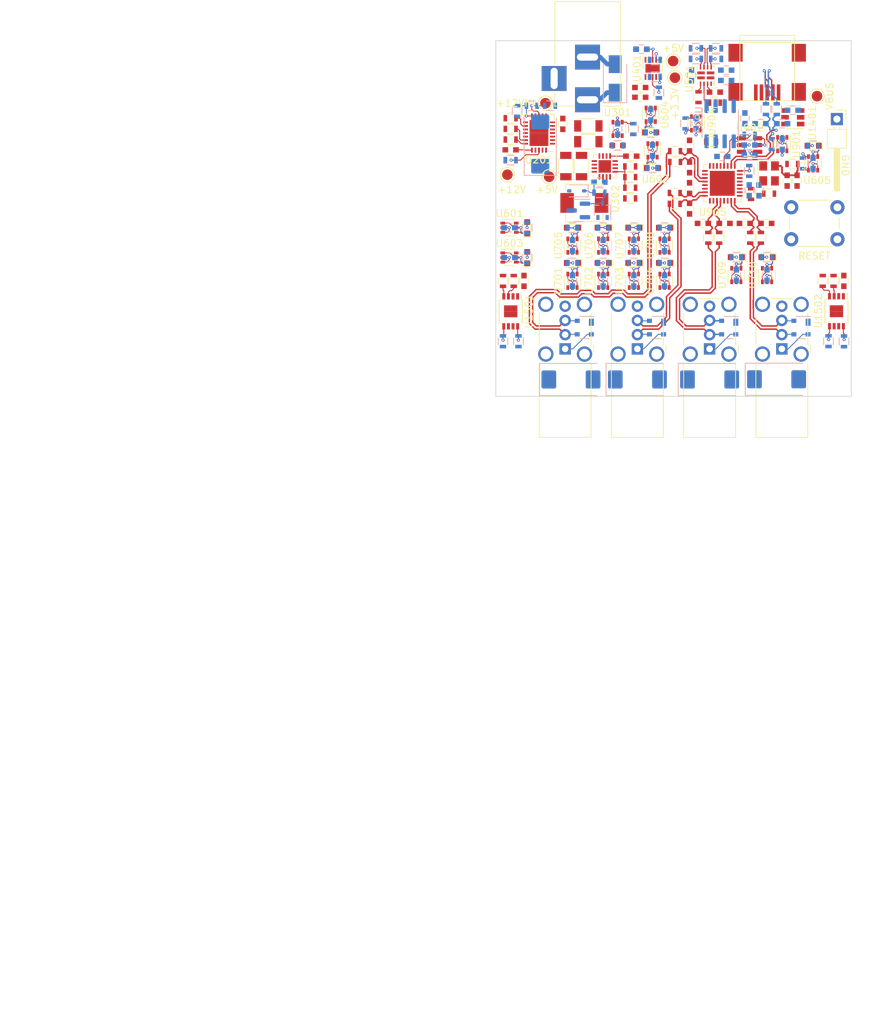
<source format=kicad_pcb>
(kicad_pcb (version 20221018) (generator pcbnew)
  (title_block (title "USB Hub") (date "2023-08-20") (rev "PRELIM") (company "Drew Maatman"))
  (layers (0 "F.Cu" mixed) (1 "In1.Cu" power) (2 "In2.Cu" power) (31 "B.Cu" mixed) (34 "B.Paste" user) (35 "F.Paste" user) (36 "B.SilkS" user "B.Silkscreen") (37 "F.SilkS" user "F.Silkscreen") (38 "B.Mask" user) (39 "F.Mask" user) (44 "Edge.Cuts" user))
  (net 0 "")
  (net 1 "Net-(U201-RTN)")
  (net 2 "Net-(U201-dVdT)")
  (net 3 "GND")
  (net 4 "+12Vin")
  (net 5 "+12V")
  (net 6 "+5VP")
  (net 7 "Net-(D301-K)")
  (net 8 "Net-(U302-SS{slash}TR)")
  (net 9 "+5V")
  (net 10 "Net-(U401-NR{slash}SS)")
  (net 11 "+3.3V")
  (net 12 "VBUS")
  (net 13 "Net-(U501-SS)")
  (net 14 "Net-(U902-CT)")
  (net 15 "Net-(#FLG0901-pwr)")
  (net 16 "DFP0_USB_D+")
  (net 17 "DFP0_USB_D-")
  (net 18 "DFP0_VBUS")
  (net 19 "DFP1_USB_D+")
  (net 20 "DFP1_USB_D-")
  (net 21 "DFP1_VBUS")
  (net 22 "DFP2_USB_D+")
  (net 23 "DFP2_USB_D-")
  (net 24 "DFP2_VBUS")
  (net 25 "DFP3_USB_D+")
  (net 26 "DFP3_USB_D-")
  (net 27 "DFP3_VBUS")
  (net 28 "/Upstream Port/UFP_USB_CONN_USB-")
  (net 29 "/Upstream Port/UFP_USB_CONN_USB+")
  (net 30 "Net-(D601-A)")
  (net 31 "Net-(D601-K)")
  (net 32 "Net-(D602-A)")
  (net 33 "Net-(D602-K)")
  (net 34 "Net-(D603-A)")
  (net 35 "Net-(D603-K)")
  (net 36 "Net-(D604-A)")
  (net 37 "Net-(D604-K)")
  (net 38 "Net-(D605-A)")
  (net 39 "Net-(D605-K)")
  (net 40 "Net-(D701-A)")
  (net 41 "Net-(D701-K)")
  (net 42 "Net-(D702-A)")
  (net 43 "Net-(D702-K)")
  (net 44 "Net-(D703-A)")
  (net 45 "Net-(D703-K)")
  (net 46 "Net-(D704-A)")
  (net 47 "Net-(D704-K)")
  (net 48 "Net-(D705-A)")
  (net 49 "Net-(D705-K)")
  (net 50 "Net-(D706-A)")
  (net 51 "Net-(D706-K)")
  (net 52 "Net-(D707-A)")
  (net 53 "Net-(D707-K)")
  (net 54 "Net-(D708-A)")
  (net 55 "Net-(D708-K)")
  (net 56 "Net-(D709-A)")
  (net 57 "Net-(D709-K)")
  (net 58 "Net-(D710-A)")
  (net 59 "Net-(D710-K)")
  (net 60 "/Downstream Port 0/DFP0_USB_CONN_D+")
  (net 61 "/Downstream Port 0/DFP0_USB_CONN_D-")
  (net 62 "/Downstream Port 1/DFP1_USB_CONN_D+")
  (net 63 "/Downstream Port 1/DFP1_USB_CONN_D-")
  (net 64 "/Downstream Port 2/DFP2_USB_CONN_D+")
  (net 65 "/Downstream Port 2/DFP2_USB_CONN_D-")
  (net 66 "/Downstream Port 3/DFP3_USB_CONN_D+")
  (net 67 "/Downstream Port 3/DFP3_USB_CONN_D-")
  (net 68 "CHASSIS")
  (net 69 "Net-(J1401-VBUS)")
  (net 71 "Net-(L301-Pad1)")
  (net 72 "POS5P_RUN")
  (net 73 "Net-(Q301-D)")
  (net 74 "Net-(U201-UVLO)")
  (net 75 "Net-(U201-OVP)")
  (net 76 "Net-(U201-~{SHDN})")
  (net 77 "Net-(U201-ILIM)")
  (net 78 "POS12_PGOOD")
  (net 79 "Net-(U201-IMON)")
  (net 80 "POS5P_PGOOD")
  (net 81 "Net-(R303-Pad2)")
  (net 82 "Net-(U302-PG)")
  (net 83 "Net-(U302-FB)")
  (net 84 "POS3P3_PGOOD")
  (net 85 "Net-(U401-EN)")
  (net 86 "Net-(U401-FB)")
  (net 87 "Net-(U501-PR1)")
  (net 88 "Net-(U501-CP2)")
  (net 89 "Net-(U501-OV1)")
  (net 90 "Net-(U501-OV2)")
  (net 91 "POS5_SOURCE_STATUS")
  (net 92 "Net-(U501-ILM)")
  (net 93 "Net-(R605-Pad2)")
  (net 94 "Net-(X901-OUT)")
  (net 95 "HUB_48MHCLK")
  (net 96 "HUB_EEDATA")
  (net 97 "Net-(U903-Q)")
  (net 98 "HUB_CLK_EN")
  (net 99 "~{HUB_RESET}")
  (net 100 "HUB_SUSPND")
  (net 101 "HUB_BUSPWR")
  (net 102 "UFP_USB_D+")
  (net 103 "UFP_USB_D-")
  (net 104 "~{DFP0_OC}")
  (net 105 "~{DFP2_OC}")
  (net 106 "~{DFP1_OC}")
  (net 107 "~{DFP3_OC}")
  (net 108 "~{DFP0_EN}")
  (net 109 "~{DFP2_EN}")
  (net 110 "~{DFP1_EN}")
  (net 111 "~{DFP3_EN}")
  (net 112 "Net-(U902-~{MR})")
  (net 124 "HUB_EECLK")
  (footprint "Resistors_SMD:R_0603" (layer "F.Cu") (at 135.7884 87.7062 90)
    (fp_text reference "R1302" hide)
    (fp_text value "27")
  )
  (footprint "Resistors_SMD:R_0603" (layer "F.Cu") (at 118.9078 80.6672 180)
    (fp_text reference "R307" hide)
    (fp_text value "953k")
  )
  (footprint "Resistors_SMD:R_0603" (layer "F.Cu") (at 118.9078 79.1686)
    (fp_text reference "R308" hide)
    (fp_text value "180k")
  )
  (footprint "Button_Switch_THT:SW_PUSH_6mm" (layer "F.Cu") (at 148.0566 87.9136 180)
    (fp_text reference "SW901" hide)
    (fp_text value "RESET")
  )
  (footprint "LEDs:LED_0603" (layer "F.Cu") (at 110.782 91.2368 180)
    (fp_text reference "D701" hide)
    (fp_text value "Green")
  )
  (footprint "Resistors_SMD:R_0603" (layer "F.Cu") (at 128.1538 62.5602)
    (fp_text reference "R501" hide)
    (fp_text value "10k")
  )
  (footprint "Resistors_SMD:R_0603" (layer "F.Cu") (at 147.5106 93.7632 -90)
    (fp_text reference "R1506" hide)
    (fp_text value "10k")
  )
  (footprint "Capacitors_SMD:C_0603" (layer "F.Cu") (at 109.4232 71.6922 -90)
    (fp_text reference "C202" hide)
    (fp_text value "0.1uF")
  )
  (footprint "Capacitors_SMD:C_0603" (layer "F.Cu") (at 103.9622 93.765 90)
    (fp_text reference "C1501" hide)
    (fp_text value "0.1uF")
  )
  (footprint "Resistors_SMD:R_0603" (layer "F.Cu") (at 102.0847 76.7861)
    (fp_text reference "R206" hide)
    (fp_text value "13k")
  )
  (footprint "Package_TO_SOT_SMD:SOT-363_SC-70-6" (layer "F.Cu") (at 117.1298 72.4002 90)
    (fp_text reference "U301")
    (fp_text value "74LVC1G97")
  )
  (footprint "Resistors_SMD:R_0603" (layer "F.Cu") (at 128.1538 61.0616)
    (fp_text reference "R505" hide)
    (fp_text value "23.7k")
  )
  (footprint "Package_TO_SOT_SMD:SOT-363_SC-70-6" (layer "F.Cu") (at 119.418 93.7514 90)
    (fp_text reference "U703")
    (fp_text value "74LVC1G97")
  )
  (footprint "LEDs:LED_0603" (layer "F.Cu") (at 104.4092 86.2942 90)
    (fp_text reference "D601" hide)
    (fp_text value "Green")
  )
  (footprint "Resistors_SMD:R_0603" (layer "F.Cu") (at 102.0847 73.8905 180)
    (fp_text reference "R205" hide)
    (fp_text value "10k")
  )
  (footprint "Custom Footprints Library:Test_Point" (layer "F.Cu") (at 101.6254 78.835 -90)
    (fp_text reference "TP203" hide)
    (fp_text value "TP")
  )
  (footprint "MountingHole:MountingHole_3mm" (layer "F.Cu") (at 147.46 62.54)
    (fp_text reference "H804" hide)
    (fp_text value "3mm Mounting Hole")
  )
  (footprint "Custom Footprints Library:Test_Point" (layer "F.Cu") (at 125.1966 65.2018)
    (fp_text reference "TP401" hide)
    (fp_text value "TP")
  )
  (footprint "Capacitors_SMD:C_1206" (layer "F.Cu") (at 112.0498 77.6192 90)
    (fp_text reference "C307" hide)
    (fp_text value "10uF")
  )
  (footprint "Package_TO_SOT_SMD:SOT-363_SC-70-6" (layer "F.Cu") (at 122.047 75.4126 -90)
    (fp_text reference "U602")
    (fp_text value "74LVC1G97")
  )
  (footprint "Resistors_SMD:R_0603" (layer "F.Cu") (at 102.0847 70.8933)
    (fp_text reference "R204" hide)
    (fp_text value "10k")
  )
  (footprint "Resistors_SMD:R_0603" (layer "F.Cu") (at 101.0158 93.765 -90)
    (fp_text reference "R1507" hide)
    (fp_text value "10k")
  )
  (footprint "Capacitors_SMD:C_0603" (layer "F.Cu") (at 135.0264 85.6742 180)
    (fp_text reference "C1302" hide)
    (fp_text value "22pF")
  )
  (footprint "Resistors_SMD:R_0603" (layer "F.Cu") (at 118.9078 82.1658 180)
    (fp_text reference "R304" hide)
    (fp_text value "10k")
  )
  (footprint "Resistors_SMD:R_0603" (layer "F.Cu") (at 130.288 74.182 180)
    (fp_text reference "R902" hide)
    (fp_text value "1k")
  )
  (footprint "Capacitors_SMD:C_0603" (layer "F.Cu") (at 127.254 74.7522 90)
    (fp_text reference "C1002" hide)
    (fp_text value "22pF")
  )
  (footprint "Inductors_SMD:L_0603" (layer "F.Cu") (at 141.718 77.3316 180)
    (fp_text reference "L901" hide)
    (fp_text value "600R 0.5A")
  )
  (footprint "MountingHole:MountingHole_3mm" (layer "F.Cu") (at 147.46 107.46)
    (fp_text reference "H802" hide)
    (fp_text value "3mm Mounting Hole")
  )
  (footprint "Capacitors_SMD:C_0603" (layer "F.Cu") (at 127.254 77.8002 -90)
    (fp_text reference "C1001" hide)
    (fp_text value "22pF")
  )
  (footprint "Capacitors_SMD:C_0603" (layer "F.Cu") (at 127.254 80.7212 90)
    (fp_text reference "C1102" hide)
    (fp_text value "22pF")
  )
  (footprint "Package_TO_SOT_SMD:SOT-363_SC-70-6" (layer "F.Cu") (at 123.736 88.7984 90)
    (fp_text reference "U708")
    (fp_text value "74LVC1G97")
  )
  (footprint "Package_TO_SOT_SMD:SOT-363_SC-70-6" (layer "F.Cu") (at 101.9302 90.4748)
    (fp_text reference "U603")
    (fp_text value "74LVC1G97")
  )
  (footprint "Connectors:BARREL_JACK" (layer "F.Cu") (at 112.903 68.3006 -90)
    (fp_text reference "J201" hide)
    (fp_text value "+12V IN")
  )
  (footprint "Custom Footprints Library:Test_Point" (layer "F.Cu") (at 107.5032 79.121 -90)
    (fp_text reference "TP301" hide)
    (fp_text value "TP")
  )
  (footprint "Connector_USB:USB_A_Wuerth_614004134726_Horizontal" (layer "F.Cu") (at 119.9134 103.3206 90)
    (fp_text reference "J1101" hide)
    (fp_text value "USB_A")
  )
  (footprint "MountingHole:MountingHole_3mm" (layer "F.Cu") (at 102.54 62.54)
    (fp_text reference "H803" hide)
    (fp_text value "3mm Mounting Hole")
  )
  (footprint "Resistors_SMD:R_0603" (layer "F.Cu") (at 102.5144 93.765 -90)
    (fp_text reference "R1505" hide)
    (fp_text value "10k")
  )
  (footprint "Resistors_SMD:R_0603" (layer "F.Cu") (at 119.3448 72.4096 90)
    (fp_text reference "R303" hide)
    (fp_text value "1.37k")
  )
  (footprint "Resistors_SMD:R_0603" (layer "F.Cu") (at 125.222 77.0382)
    (fp_text reference "R1001" hide)
    (fp_text value "27")
  )
  (footprint "Resistors_SMD:R_0603" (layer "F.Cu") (at 130.81 68.701798)
    (fp_text reference "R510" hide)
    (fp_text value "18.7k")
  )
  (footprint "Capacitors_SMD:C_0603" (layer "F.Cu") (at 142.3784 79.6684 -90)
    (fp_text reference "C906" hide)
    (fp_text value "10uF")
  )
  (footprint "Connector_USB:USB_A_Wuerth_614004134726_Horizontal" (layer "F.Cu") (at 130.0734 103.3206 90)
    (fp_text reference "J1201" hide)
    (fp_text value "USB_A")
  )
  (footprint "Capacitors_SMD:C_0603" (layer "F.Cu") (at 138.049 85.6742)
    (fp_text reference "C1301" hide)
    (fp_text value "22pF")
  )
  (footprint "Resistors_SMD:R_0603" (layer "F.Cu") (at 130.9732 61.0616 180)
    (fp_text reference "R507" hide)
    (fp_text value "23.7k")
  )
  (footprint "Capacitors_SMD:C_1206" (layer "F.Cu") (at 113.015 71.9804 180)
    (fp_text reference "C308" hide)
    (fp_text value "10uF")
  )
  (footprint "Package_TO_SOT_SMD:SOT-363_SC-70-6" (layer "F.Cu") (at 110.782 93.7514 90)
    (fp_text reference "U701")
    (fp_text value "74LVC1G97")
  )
  (footprint "Capacitors_SMD:C_0603" (layer "F.Cu") (at 120.3198 67.945 180)
    (fp_text reference "C404" hide)
    (fp_text value "10uF")
  )
  (footprint "Capacitors_SMD:C_0603" (layer "F.Cu") (at 120.3198 66.5734 180)
    (fp_text reference "C403" hide)
    (fp_text value "10uF")
  )
  (footprint "Custom Footprints Library:12-VQFN-HR_2x2p5" (layer "F.Cu") (at 129.54 64.897 180)
    (fp_text reference "U501")
    (fp_text value "TPS2121RUXR" hide)
  )
  (footprint "Custom Footprints Library:Test_Point" (layer "F.Cu") (at 106.9848 68.7832 -90)
    (fp_text reference "TP202" hide)
    (fp_text value "TP")
  )
  (footprint "Capacitors_SMD:C_1206" (layer "F.Cu") (at 113.015 74.1902 180)
    (fp_text reference "C302" hide)
    (fp_text value "10uF")
  )
  (footprint "Package_TO_SOT_SMD:SOT-363_SC-70-6" (layer "F.Cu") (at 101.9302 86.2838)
    (fp_text reference "U601")
    (fp_text value "74LVC1G97")
  )
  (footprint "Package_TO_SOT_SMD:SOT-363_SC-70-6" (layer "F.Cu") (at 115.1 88.7984 90)
    (fp_text reference "U706")
    (fp_text value "74LVC1G97")
  )
  (footprint "Resistors_SMD:R_0603" (layer "F.Cu") (at 125.222 75.5142)
    (fp_text reference "R1002" hide)
    (fp_text value "27")
  )
  (footprint "TO_SOT_Packages_SMD:SOT-23-6" (layer "F.Cu") (at 141.7828 70.7644 180)
    (fp_text reference "U1401")
    (fp_text value "TPD3S044DBVR")
  )
  (footprint "Capacitors_SMD:C_0603" (layer "F.Cu") (at 129.1336 85.6742 180)
    (fp_text reference "C1202" hide)
    (fp_text value "22pF")
  )
  (footprint "LEDs:LED_0603" (layer "F.Cu") (at 119.418 86.2838 180)
    (fp_text reference "D707" hide)
    (fp_text value "Red")
  )
  (footprint "LEDs:LED_0603" (layer "F.Cu") (at 115.1 91.2368 180)
    (fp_text reference "D702" hide)
    (fp_text value "Green")
  )
  (footprint "Housings_SSOP:MSOP-8-1EP_3x3mm_Pitch0.65mm" (layer "F.Cu") (at 102.0954 98.0422 -90)
    (fp_text reference "U1501")
    (fp_text value "TPS2042BDGN")
  )
  (footprint "Package_DFN_QFN:VQFN-32-1EP_5x5mm_P0.5mm_EP3.5x3.5mm" (layer "F.Cu") (at 131.8628 80.0494 -90)
    (fp_text reference "U905")
    (fp_text value "TUSB2046BIRHBT")
  )
  (footprint "Resistors_SMD:R_0603" (layer "F.Cu") (at 130.9732 62.5602 180)
    (fp_text reference "R503" hide)
    (fp_text value "18.7k")
  )
  (footprint "Resistors_SMD:R_0603" (layer "F.Cu") (at 128.5094 67.934596 90)
    (fp_text reference "R509" hide)
    (fp_text value "10k")
  )
  (footprint "Resistors_SMD:R_0603" (layer "F.Cu") (at 125.1712 81.407)
    (fp_text reference "R1102" hide)
    (fp_text value "27")
  )
  (footprint "Capacitors_SMD:C_0603" (layer "F.Cu") (at 127.254 83.5914 -90)
    (fp_text reference "C1101" hide)
    (fp_text value "22pF")
  )
  (footprint "Oscillator:Oscillator_SMD_Abracon_ASE-4Pin_3.2x2.5mm" (layer "F.Cu") (at 138.4414 78.6524 -90)
    (fp_text reference "X901" hide)
    (fp_text value "ASE-48.000MHz")
  )
  (footprint "LEDs:LED_0603" (layer "F.Cu") (at 115.1 86.2838 180)
    (fp_text reference "D706" hide)
    (fp_text value "Red")
  )
  (footprint "Capacitors_SMD:C_0603" (layer "F.Cu") (at 102.0847 75.3383 180)
    (fp_text reference "C201" hide)
    (fp_text value "10nF")
  )
  (footprint "LEDs:LED_0603" (layer "F.Cu") (at 104.4092 90.4852 90)
    (fp_text reference "D603" hide)
    (fp_text value "Green")
  )
  (footprint "Capacitors_SMD:C_0603" (layer "F.Cu") (at 120.4802 61.1934 180)
    (fp_text reference "C401" hide)
    (fp_text value "10uF")
  )
  (footprint "LEDs:LED_0603" (layer "F.Cu") (at 138.1506 90.424 180)
    (fp_text reference "D710" hide)
    (fp_text value "Green")
  )
  (footprint "Capacitors_SMD:C_0603" (layer "F.Cu") (at 117.1298 74.7236)
    (fp_text reference "C305" hide)
    (fp_text value "0.1uF")
  )
  (footprint "Capacitors_SMD:C_0603" (layer "F.Cu") (at 130.81 67.228598)
    (fp_text reference "C504" hide)
    (fp_text value "0.1uF")
  )
  (footprint "Resistors_SMD:R_0603" (layer "F.Cu") (at 118.9078 77.67)
    (fp_text reference "R306" hide)
    (fp_text value "10")
  )
  (footprint "Resistors_SMD:R_0603" (layer "F.Cu") (at 131.4196 87.7062 90)
    (fp_text reference "R1201" hide)
    (fp_text value "27")
  )
  (footprint "LEDs:LED_0603" (layer "F.Cu") (at 121.7826 72.8878)
    (fp_text reference "D604" hide)
    (fp_text value "Green")
  )
  (footprint "Resistors_SMD:R_0603" (layer "F.Cu") (at 138.4414 81.4972 180)
    (fp_text reference "R901" hide)
    (fp_text value "10")
  )
  (footprint "Package_DFN_QFN:Texas_S-PDSO-N10_EP1.2x2mm" (layer "F.Cu") (at 122.055 63.8858 90)
    (fp_text reference "U401")
    (fp_text value "TPS7A92")
  )
  (footprint "Resistors_SMD:R_0603" (layer "F.Cu") (at 129.8956 87.7062 90)
    (fp_text reference "R1202" hide)
    (fp_text value "27")
  )
  (footprint "Package_TO_SOT_SMD:SOT-363_SC-70-6" (layer "F.Cu") (at 138.1506 92.9386 90)
    (fp_text reference "U710")
    (fp_text value "74LVC1G97")
  )
  (footprint "Housings_DFN_QFN:QFN-24-1EP_4x5mm_Pitch0.5mm" (layer "F.Cu") (at 106.0725 72.9761 180)
    (fp_text reference "U201")
    (fp_text value "TPS26600RHFT")
  )
  (footprint "Inductors_SMD:L_Vishay_IHLP-2020" (layer "F.Cu") (at 112.4562 82.8008 180)
    (fp_text reference "L301" hide)
    (fp_text value "2.2uH")
  )
  (footprint "Capacitors_SMD:C_0603" (layer "F.Cu") (at 132.1816 85.6742)
    (fp_text reference "C1201" hide)
    (fp_text value "22pF")
  )
  (footprint "LEDs:LED_0603" (layer "F.Cu") (at 123.736 91.2368 180)
    (fp_text reference "D704" hide)
    (fp_text value "Green")
  )
  (footprint "Resistors_SMD:R_0603" (layer "F.Cu") (at 145.9866 93.7632 -90)
    (fp_text reference "R1508" hide)
    (fp_text value "10k")
  )
  (footprint "Package_TO_SOT_SMD:SOT-23-6" (layer "F.Cu") (at 135.6982 74.6646)
    (fp_text reference "U902")
    (fp_text value "TPS3808G33")
  )
  (footprint "LEDs:LED_0603" (layer "F.Cu") (at 133.8326 90.424 180)
    (fp_text reference "D709" hide)
    (fp_text value "Red")
  )
  (footprint "LEDs:LED_0603" (layer "F.Cu") (at 122.0366 77.8916)
    (fp_text reference "D602" hide)
    (fp_text value "Green")
  )
  (footprint "Housings_SSOP:MSOP-8-1EP_3x3mm_Pitch0.65mm" (layer "F.Cu") (at 147.917 98.0304 -90)
    (fp_text reference "U1502")
    (fp_text value "TPS2042BDGN")
  )
  (footprint "Resistors_SMD:R_0603" (layer "F.Cu") (at 125.1712 82.931)
    (fp_text reference "R1101" hide)
    (fp_text value "27")
  )
  (footprint "MountingHole:MountingHole_3mm" (layer "F.Cu") (at 102.54 107.46)
    (fp_text reference "H801" hide)
    (fp_text value "3mm Mounting Hole")
  )
  (footprint "Connector_USB:USB_A_Wuerth_614004134726_Horizontal" (layer "F.Cu") (at 140.2334 103.3206 90)
    (fp_text reference "J1301" hide)
    (fp_text value "USB_A")
  )
  (footprint "LEDs:LED_0603" (layer "F.Cu") (at 110.782 86.2838 180)
    (fp_text reference "D705" hide)
    (fp_text value "Red")
  )
  (footprint "LEDs:LED_0603" (layer "F.Cu") (at 119.418 91.2368 180)
    (fp_text reference "D703" hide)
    (fp_text value "Green")
  )
  (footprint "LEDs:LED_0603" (layer "F.Cu") (at 123.736 86.2838 180)
    (fp_text reference "D708" hide)
    (fp_text value "Red")
  )
  (footprint "Capacitors_SMD:C_0603" (layer "F.Cu") (at 148.9584 93.7632 90)
    (fp_text reference "C1502" hide)
    (fp_text value "0.1uF")
  )
  (footprint "Package_TO_SOT_SMD:SOT-363_SC-70-6" (layer "F.Cu") (at 123.736 93.7514 90)
    (fp_text reference "U704")
    (fp_text value "74LVC1G97")
  )
  (footprint "Package_TO_SOT_SMD:SOT-363_SC-70-6" (layer "F.Cu") (at 115.1 93.7514 90)
    (fp_text reference "U702")
    (fp_text value "74LVC1G97")
  )
  (footprint "Capacitors_SMD:C_0603" (layer "F.Cu") (at 119.0602 76.2222)
    (fp_text reference "C304" hide)
    (fp_text value "10nF")
  )
  (footprint "Capacitors_SMD:C_0603" (layer "F.Cu") (at 140.9814 79.6684 -90)
    (fp_text reference "C905" hide)
    (fp_text value "0.1uF")
  )
  (footprint "Resistors_SMD:R_0603" (layer "F.Cu") (at 137.287 87.7062 90)
    (fp_text reference "R1301" hide)
    (fp_text value "27")
  )
  (footprint "Connector_PinHeader_2.54mm:PinHeader_1x01_P2.54mm_Horizontal" (layer "F.Cu") (at 147.9804 71.0184 -90)
    (fp_text reference "TP201" hide)
    (fp_text value "TP")
  )
  (footprint "Package_TO_SOT_SMD:SOT-363_SC-70-6" (layer "F.Cu") (at 144.6276 77.2414 90)
    (fp_text reference "U605")
    (fp_text value "74LVC1G97")
  )
  (footprint "Connector_USB:USB_A_Wuerth_614004134726_Horizontal" (layer "F.Cu") (at 109.7534 103.3206 90)
    (fp_text reference "J1001" hide)
    (fp_text value "USB_A")
  )
  (footprint "Custom Footprints Library:Test_Point" (layer "F.Cu") (at 145.1864 67.7926 90)
    (fp_text reference "TP1401" hide)
    (fp_text value "TP")
  )
  (footprint "LEDs:LED_0603" (layer "F.Cu") (at 144.638 74.7624 180)
    (fp_text reference "D605" hide)
    (fp_text value "Green")
  )
  (footprint "Package_TO_SOT_SMD:SOT-363_SC-70-6" (layer "F.Cu") (at 140.2956 74.5376 -90)
    (fp_text reference "U901")
    (fp_text value "74LVC1G97")
  )
  (footprint "Package_DFN_QFN:QFN-16-1EP_3x3mm_P0.5mm_EP1.75x1.75mm" (layer "F.Cu") (at 115.3264 77.67 90)
    (fp_text reference "U302")
    (fp_text value "TPS62133")
  )
  (footprint "Package_TO_SOT_SMD:SOT-363_SC-70-6" (layer "F.Cu") (at 133.8326 92.9386 90)
    (fp_text reference "U709")
    (fp_text value "74LVC1G97")
  )
  (footprint "Resistors_SMD:R_0603" (layer "F.Cu") (at 122.932 67.2894 90)
    (fp_text reference "R403" hide)
    (fp_text value "3.57k")
  )
  (footprint "Resistors_SMD:R_0603" (layer "F.Cu") (at 102.0847 72.3919 180)
    (fp_text reference "R208" hide)
    (fp_text value "10k")
  )
  (footprint "Capacitors_SMD:C_1206" (layer "F.Cu") (at 109.8522 77.6192 90)
    (fp_text reference "C306" hide)
    (fp_text value "10uF")
  )
  (footprint "Resistors_SMD:R_0603" (layer "F.Cu") (at 135.9014 81.548 -90)
    (fp_text reference "R903" hide)
    (fp_text value "10k")
  )
  (footprint "Custom Footprints Library:Test_Point" (layer "F.Cu") (at 124.9426 62.865)
    (fp_text reference "TP501" hide)
    (fp_text value "TP")
  )
  (footprint "Package_TO_SOT_SMD:SOT-363_SC-70-6" (layer "F.Cu") (at 119.418 88.7984 90)
    (fp_text reference "U707")
    (fp_text value "74LVC1G97")
  )
  (footprint "Package_TO_SOT_SMD:SOT-363_SC-70-6" (layer "F.Cu") (at 121.793 70.4088 -90)
    (fp_text reference "U604")
    (fp_text value "74LVC1G97")
  )
  (footprint "Connectors:USB_Mini-B" (layer "F.Cu") (at 138.176 64.4906 -90)
    (fp_text reference "J1401" hide)
    (fp_text value "USB_B_Mini")
  )
  (footprint "Package_TO_SOT_SMD:SOT-363_SC-70-6" (layer "F.Cu") (at 128.1684 71.628 -90)
    (fp_text reference "U904")
    (fp_text value "74LVC1G373")
  )
  (footprint "Package_TO_SOT_SMD:SOT-363_SC-70-6" (layer "F.Cu") (at 110.782 88.7984 90)
    (fp_text reference "U705")
    (fp_text value "74LVC1G97")
  )
  (footprint "Capacitor_Tantalum_SMD:CP_EIA-7343-43_Kemet-X" (layer "B.Cu") (at 130.0734 107.6198)
    (fp_text reference "C1203" hide)
    (fp_text value "100uF")
  )
  (footprint "Capacitors_SMD:C_0603" (layer "B.Cu") (at 120.4936 61.1934 180)
    (fp_text reference "C402" hide)
    (fp_text value "0.1uF")
  )
  (footprint "Capacitors_SMD:C_0603" (layer "B.Cu") (at 138.1506 92.9386 -90)
    (fp_text reference "C710" hide)
    (fp_text value "0.1uF")
  )
  (footprint "Resistors_SMD:R_0603" (layer "B.Cu") (at 122.932 67.2894 -90)
    (fp_text reference "R404" hide)
    (fp_text value "1.15k")
  )
  (footprint "Resistors_SMD:R_0603" (layer "B.Cu") (at 121.7826 72.8878)
    (fp_text reference "R604" hide)
    (fp_text value "1k")
  )
  (footprint "Capacitors_SMD:C_0603" (layer "B.Cu") (at 117.1298 72.4002 -90)
    (fp_text reference "C301" hide)
    (fp_text value "0.1uF")
  )
  (footprint "Resistors_SMD:R_0603" (layer "B.Cu") (at 119.418 86.2838 180)
    (fp_text reference "R707" hide)
    (fp_text value "1k")
  )
  (footprint "Capacitors_SMD:C_0603" (layer "B.Cu") (at 127.5334 64.8716 -90)
    (fp_text reference "C501" hide)
    (fp_text value "0.1uF")
  )
  (footprint "Package_TO_SOT_SMD:SOT-323_SC-70" (layer "B.Cu") (at 115.0112 83.84961 90)
    (fp_text reference "Q301" hide)
    (fp_text value "BSS214NW")
  )
  (footprint "Capacitors_SMD:C_0603" (layer "B.Cu") (at 141.7828 69.7738)
    (fp_text reference "C1403" hide)
    (fp_text value "0.1uF")
  )
  (footprint "Resistors_SMD:R_0603" (layer "B.Cu") (at 144.638 74.7624 180)
    (fp_text reference "R606" hide)
    (fp_text value "1k")
  )
  (footprint "Capacitors_SMD:C_0603" (layer "B.Cu") (at 140.2842 71.6534)
    (fp_text reference "C1402" hide)
    (fp_text value "22pF")
  )
  (footprint "Package_TO_SOT_SMD:SOT-23" (layer "B.Cu") (at 111.5972 83.85901 180)
    (fp_text reference "Q302" hide)
    (fp_text value "ZXMS6004FFTA")
  )
  (footprint "Capacitors_SMD:C_0603" (layer "B.Cu") (at 119.418 93.7514 -90)
    (fp_text reference "C703" hide)
    (fp_text value "0.1uF")
  )
  (footprint "Diode_SMD:D_SOD-323" (layer "B.Cu") (at 111.379 81.10641 180)
    (fp_text reference "D301" hide)
    (fp_text value "BAT48JFILM")
  )
  (footprint "Capacitors_SMD:C_0603" (layer "B.Cu") (at 131.8628 76.2648 180)
    (fp_text reference "C908" hide)
    (fp_text value "0.1uF")
  )
  (footprint "Package_SO:SOIC-8_3.9x4.9mm_P1.27mm" (layer "B.Cu") (at 131.558 71.6674 90)
    (fp_text reference "U903")
    (fp_text value "M93C46-WMN6TP")
  )
  (footprint "Capacitors_SMD:C_0603" (layer "B.Cu") (at 119.418 88.7984 -90)
    (fp_text reference "C707" hide)
    (fp_text value "0.1uF")
  )
  (footprint "Resistors_SMD:R_0603" (layer "B.Cu") (at 135.6982 73.2168 180)
    (fp_text reference "R905" hide)
    (fp_text value "10k")
  )
  (footprint "Resistors_SMD:R_0603" (layer "B.Cu") (at 107.6219 69.1407 180)
    (fp_text reference "R201" hide)
    (fp_text value "51.1k")
  )
  (footprint "Capacitors_SMD:C_0603" (layer "B.Cu") (at 101.9302 90.4748 180)
    (fp_text reference "C603" hide)
    (fp_text value "0.1uF")
  )
  (footprint "Resistors_SMD:R_0603" (layer "B.Cu") (at 148.9838 102.2604 90)
    (fp_text reference "R1502" hide)
    (fp_text value "10k")
  )
  (footprint "Resistors_SMD:R_0603" (layer "B.Cu") (at 139.5222 69.6214 -90)
    (fp_text reference "R1402" hide)
    (fp_text value "27")
  )
  (footprint "Resistors_SMD:R_0603" (layer "B.Cu") (at 117.135 74.721)
    (fp_text reference "R302" hide)
    (fp_text value "10")
  )
  (footprint "Resistors_SMD:R_0603" (layer "B.Cu") (at 110.782 86.2838 180)
    (fp_text reference "R705" hide)
    (fp_text value "1k")
  )
  (footprint "Resistors_SMD:R_0603" (layer "B.Cu") (at 114.569 81.36041)
    (fp_text reference "R305" hide)
    (fp_text value "10k")
  )
  (footprint "Capacitor_Tantalum_SMD:CP_EIA-7343-43_Kemet-X" (layer "B.Cu") (at 119.9134 107.6198)
    (fp_text reference "C1103" hide)
    (fp_text value "100uF")
  )
  (footprint "Resistors_SMD:R_0603" (layer "B.Cu") (at 119.418 91.2368 180)
    (fp_text reference "R703" hide)
    (fp_text value "1k")
  )
  (footprint "Capacitors_SMD:C_0603" (layer "B.Cu") (at 135.6474 81.04 90)
    (fp_text reference "C909" hide)
    (fp_text value "0.1uF")
  )
  (footprint "Resistors_SMD:R_0603" (layer "B.Cu") (at 135.6474 78.2968 -90)
    (fp_text reference "R906" hide)
    (fp_text value "10k")
  )
  (footprint "Resistors_SMD:R_0603" (layer "B.Cu") (at 143.2052 77.2414 90)
    (fp_text reference "R605" hide)
    (fp_text value "10k")
  )
  (footprint "Capacitors_SMD:C_0603" (layer "B.Cu") (at 115.1 88.7984 -90)
    (fp_text reference "C706" hide)
    (fp_text value "0.1uF")
  )
  (footprint "Capacitors_SMD:C_0603" (layer "B.Cu") (at 115.1 93.7514 -90)
    (fp_text reference "C702" hide)
    (fp_text value "0.1uF")
  )
  (footprint "Package_TO_SOT_SMD:SOT-143" (layer "B.Cu") (at 142.9258 100.3242 180)
    (fp_text reference "D1301" hide)
    (fp_text value "SP0503BAHT")
  )
  (footprint "Capacitors_SMD:C_0603" (layer "B.Cu") (at 110.782 93.7514 -90)
    (fp_text reference "C701" hide)
    (fp_text value "0.1uF")
  )
  (footprint "Resistors_SMD:R_0603" (layer "B.Cu") (at 128.1538 62.5602 180)
    (fp_text reference "R502" hide)
    (fp_text value "4.99k")
  )
  (footprint "Capacitors_SMD:C_0603" (layer "B.Cu") (at 128.1684 71.628 90)
    (fp_text reference "C907" hide)
    (fp_text value "0.1uF")
  )
  (footprint "Resistors_SMD:R_0603" (layer "B.Cu") (at 103.1876 102.2468 90)
    (fp_text reference "R1501" hide)
    (fp_text value "10k")
  )
  (footprint "Capacitors_SMD:C_0603" (layer "B.Cu") (at 137.2362 71.6534 180)
    (fp_text reference "C1401" hide)
    (fp_text value "22pF")
  )
  (footprint "Capacitors_SMD:C_0603" (layer "B.Cu") (at 121.793 70.4088 90)
    (fp_text reference "C604" hide)
    (fp_text value "0.1uF")
  )
  (footprint "Resistors_SMD:R_0603" (layer "B.Cu") (at 104.4092 86.2942 90)
    (fp_text reference "R601" hide)
    (fp_text value "1k")
  )
  (footprint "Resistors_SMD:R_0603" (layer "B.Cu") (at 119.3448 72.4096 90)
    (fp_text reference "R301" hide)
    (fp_text value "2.67k")
  )
  (footprint "Resistors_SMD:R_0603" (layer "B.Cu") (at 138.8224 74.5376 90)
    (fp_text reference "R904" hide)
    (fp_text value "10k")
  )
  (footprint "Capacitors_SMD:C_0603" (layer "B.Cu") (at 101.9302 86.2838 180)
    (fp_text reference "C601" hide)
    (fp_text value "0.1uF")
  )
  (footprint "Capacitors_SMD:C_0603" (layer "B.Cu") (at 132.4102 64.135)
    (fp_text reference "C502" hide)
    (fp_text value "0.1uF")
  )
  (footprint "Resistors_SMD:R_0603" (layer "B.Cu") (at 123.736 86.2838 180)
    (fp_text reference "R708" hide)
    (fp_text value "1k")
  )
  (footprint "Resistors_SMD:R_0603" (layer "B.Cu") (at 128.1538 61.0616 180)
    (fp_text reference "R506" hide)
    (fp_text value "4.99k")
  )
  (footprint "Capacitors_SMD:C_0603" (layer "B.Cu") (at 123.736 93.7514 -90)
    (fp_text reference "C704" hide)
    (fp_text value "0.1uF")
  )
  (footprint "Capacitors_SMD:C_0603" (layer "B.Cu") (at 122.047 75.4126 90)
    (fp_text reference "C602" hide)
    (fp_text value "0.1uF")
  )
  (footprint "Resistors_SMD:R_0603" (layer "B.Cu") (at 146.7994 102.235 90)
    (fp_text reference "R1504" hide)
    (fp_text value "10k")
  )
  (footprint "Capacitors_SMD:C_0603" (layer "B.Cu") (at 110.782 88.7984 -90)
    (fp_text reference "C705" hide)
    (fp_text value "0.1uF")
  )
  (footprint "Resistors_SMD:R_0603" (layer "B.Cu") (at 126.6952 71.628 90)
    (fp_text reference "R907" hide)
    (fp_text value "10k")
  )
  (footprint "Capacitors_SMD:C_0603" (layer "B.Cu") (at 133.8326 92.9386 -90)
    (fp_text reference "C709" hide)
    (fp_text value "0.1uF")
  )
  (footprint "Capacitor_Tantalum_SMD:CP_EIA-7343-43_Kemet-X" (layer "B.Cu") (at 110.5662 107.6198)
    (fp_text reference "C1003" hide)
    (fp_text value "100uF")
  )
  (footprint "Resistors_SMD:R_0603" (layer "B.Cu") (at 122.3732 65.0796)
    (fp_text reference "R401" hide)
    (fp_text value "10k")
  )
  (footprint "Package_TO_SOT_SMD:SOT-143" (layer "B.Cu") (at 112.4458 100.3242 180)
    (fp_text reference "D1001" hide)
    (fp_text value "SP0503BAHT")
  )
  (footprint "Capacitors_SMD:C_0603" (layer "B.Cu") (at 114.5794 79.88721)
    (fp_text reference "C303" hide)
    (fp_text value "10uF")
  )
  (footprint "Resistors_SMD:R_0603" (layer "B.Cu") (at 137.9982 69.6214 -90)
    (fp_text reference "R1401" hide)
    (fp_text value "27")
  )
  (footprint "Resistors_SMD:R_0603" (layer "B.Cu") (at 123.736 91.2368 180)
    (fp_text reference "R704" hide)
    (fp_text value "1k")
  )
  (footprint "Capacitors_SMD:C_0603" (layer "B.Cu") (at 132.4102 65.5828)
    (fp_text reference "C503" hide)
    (fp_text value "0.1uF")
  )
  (footprint "Resistors_SMD:R_0603" (layer "B.Cu") (at 122.0366 77.8916)
    (fp_text reference "R602" hide)
    (fp_text value "1k")
  )
  (footprint "Resistors_SMD:R_0603" (layer "B.Cu") (at 130.9732 62.5602)
    (fp_text reference "R504" hide)
    (fp_text value "4.99k")
  )
  (footprint "Resistors_SMD:R_0603" (layer "B.Cu") (at 115.1 86.2838 180)
    (fp_text reference "R706" hide)
    (fp_text value "1k")
  )
  (footprint "Diodes_SMD:D_SMA" (layer "B.Cu") (at 116.7798 65.2978 90)
    (fp_text reference "D201" hide)
    (fp_text value "24V")
  )
  (footprint "Capacitor_Tantalum_SMD:CP_EIA-7343-43_Kemet-X" (layer "B.Cu") (at 106.2482 74.5236 90)
    (fp_text reference "C203" hide)
    (fp_text value "100uF")
  )
  (footprint "Resistors_SMD:R_0603" (layer "B.Cu") (at 101.0032 102.2468 90)
    (fp_text reference "R1503" hide)
    (fp_text value "10k")
  )
  (footprint "Capacitors_SMD:C_0603" (layer "B.Cu") (at 135.6982 74.6646 180)
    (fp_text reference "C903" hide)
    (fp_text value "0.1uF")
  )
  (footprint "Capacitors_SMD:C_0603" (layer "B.Cu") (at 140.2956 74.5376 90)
    (fp_text reference "C902" hide)
    (fp_text value "0.1uF")
  )
  (footprint "Capacitors_SMD:C_0603" (layer "B.Cu") (at 123.736 88.7984 -90)
    (fp_text reference "C708" hide)
    (fp_text value "0.1uF")
  )
  (footprint "Resistors_SMD:R_0603" (layer "B.Cu") (at 102.9991 69.8773 -90)
    (fp_text reference "R203" hide)
    (fp_text value "5.11k")
  )
  (footprint "Resistors_SMD:R_0603" (layer "B.Cu") (at 122.3732 62.692)
    (fp_text reference "R402" hide)
    (fp_text value "10k")
  )
  (footprint "Resistors_SMD:R_0603" (layer "B.Cu") (at 115.1 91.2368 180)
    (fp_text reference "R702" hide)
    (fp_text value "1k")
  )
  (footprint "Resistors_SMD:R_0603" (layer "B.Cu") (at 102.0847 76.7861 180)
    (fp_text reference "R207" hide)
    (fp_text value "5.11k")
  )
  (footprint "Resistors_SMD:R_0603" (layer "B.Cu") (at 133.8326 90.424 180)
    (fp_text reference "R709" hide)
    (fp_text value "1k")
  )
  (footprint "Capacitor_Tantalum_SMD:CP_EIA-7343-43_Kemet-X" (layer "B.Cu") (at 139.4968 107.5944)
    (fp_text reference "C1303" hide)
    (fp_text value "100uF")
  )
  (footprint "Resistors_SMD:R_0603" (layer "B.Cu") (at 110.782 91.2368 180)
    (fp_text reference "R701" hide)
    (fp_text value "1k")
  )
  (footprint "Package_TO_SOT_SMD:SOT-143" (layer "B.Cu") (at 132.7658 100.3242 180)
    (fp_text reference "D1201" hide)
    (fp_text value "SP0503BAHT")
  )
  (footprint "Capacitors_SMD:C_0603" (layer "B.Cu") (at 135.0378 70.9054 -90)
    (fp_text reference "C904" hide)
    (fp_text value "0.1uF")
  )
  (footprint "Resistors_SMD:R_0603" (layer "B.Cu") (at 104.4092 90.4852 90)
    (fp_text reference "R603" hide)
    (fp_text value "1k")
  )
  (footprint "Capacitors_SMD:C_0603" (layer "B.Cu") (at 135.6982 76.0616 180)
    (fp_text reference "C901" hide)
    (fp_text value "0.1uF")
  )
  (footprint "Capacitors_SMD:C_0603" (layer "B.Cu") (at 144.6276 77.2414 -90)
    (fp_text reference "C605" hide)
    (fp_text value "0.1uF")
  )
  (footprint "Package_TO_SOT_SMD:SOT-143" (layer "B.Cu") (at 122.6058 100.3242 180)
    (fp_text reference "D1101" hide)
    (fp_text value "SP0503BAHT")
  )
  (footprint "Capacitors_SMD:C_0603" (layer "B.Cu") (at 137.019 81.04 90)
    (fp_text reference "C910" hide)
    (fp_text value "10uF")
  )
  (footprint "Resistors_SMD:R_0603" (layer "B.Cu") (at 130.9732 61.0616)
    (fp_text reference "R508" hide)
    (fp_text value "4.99k")
  )
  (footprint "Resistors_SMD:R_0603" (layer "B.Cu") (at 105.0565 69.1407 180)
    (fp_text reference "R202" hide)
    (fp_text value "1.15k")
  )
  (footprint "Resistors_SMD:R_0603" (layer "B.Cu") (at 138.1506 90.424 180)
    (fp_text reference "R710" hide)
    (fp_text value "1k")
  )
  (gr_line (start 100 60) (end 100 110) (stroke (width 0.1)) (layer "Edge.Cuts"))
  (gr_line (start 150 60) (end 100 60) (stroke (width 0.1)) (layer "Edge.Cuts"))
  (gr_line (start 100 110) (end 150 110) (stroke (width 0.1)) (layer "Edge.Cuts"))
  (gr_line (start 150 110) (end 150 60) (stroke (width 0.1)) (layer "Edge.Cuts"))
  (gr_text "GND" (at 149.1742 77.5208 -90) (layer "F.SilkS") (effects (font (size 1 1))))
  (gr_text "RESET" (at 144.8054 90.2462) (layer "F.SilkS") (effects (font (size 1 1))))
  (gr_text "+12V" (at 102.235 80.9244) (layer "F.SilkS") (effects (font (size 1 1))))
  (gr_text "+5V" (at 107.188 80.9498) (layer "F.SilkS") (effects (font (size 1 1))))
  (gr_text "+3.3V" (at 125.1966 66.5226 90) (layer "F.SilkS") (effects (font (size 1 1)) (justify right)))
  (gr_text "+12VIN" (at 105.6386 68.7832) (layer "F.SilkS") (effects (font (size 1 1)) (justify right)))
  (gr_text "VBUS" (at 146.9644 67.7926 90) (layer "F.SilkS") (effects (font (size 1 1))))
  (gr_text "+5V" (at 124.9426 61.0616) (layer "F.SilkS") (effects (font (size 1 1))))
  (segment (start 105.0725 75.3761) (end 103.9876 75.3761) (width 0.127) (layer "F.Cu") (net 2))
  (segment (start 103.9498 75.3383) (end 102.8347 75.3383) (width 0.127) (layer "F.Cu") (net 2))
  (segment (start 103.9876 75.3761) (end 103.9498 75.3383) (width 0.127) (layer "F.Cu") (net 2))
  (segment (start 115.75 89.6976) (end 115.75 89.0166) (width 0.127) (layer "F.Cu") (net 3))
  (segment (start 121.3866 70.3834) (end 121.793 70.3834) (width 0.127) (layer "F.Cu") (net 3))
  (segment (start 120.068 89.6976) (end 120.068 89.0166) (width 0.127) (layer "F.Cu") (net 3))
  (segment (start 140.9456 74.6516) (end 140.6906 74.3966) (width 0.127) (layer "F.Cu") (net 3))
  (segment (start 123.086 87.7976) (end 123.086 88.504) (width 0.127) (layer "F.Cu") (net 3))
  (segment (start 118.768 88.504) (end 119.0624 88.7984) (width 0.127) (layer "F.Cu") (net 3))
  (segment (start 100.9802 91.1248) (end 101.5596 91.1248) (width 0.127) (layer "F.Cu") (net 3))
  (segment (start 119.0624 88.7984) (end 119.418 88.7984) (width 0.127) (layer "F.Cu") (net 3))
  (segment (start 111.2138 88.8492) (end 110.782 88.8492) (width 0.127) (layer "F.Cu") (net 3))
  (segment (start 134.1374 92.9894) (end 133.8326 92.9894) (width 0.127) (layer "F.Cu") (net 3))
  (segment (start 144.6276 78.1914) (end 144.6276 77.2922) (width 0.127) (layer "F.Cu") (net 3))
  (segment (start 115.5318 88.7984) (end 115.1 88.7984) (width 0.127) (layer "F.Cu") (net 3))
  (segment (start 115.75 89.0166) (end 115.5318 88.7984) (width 0.127) (layer "F.Cu") (net 3))
  (segment (start 110.132 92.7506) (end 110.132 93.457) (width 0.127) (layer "F.Cu") (net 3))
  (segment (start 101.6612 86.9338) (end 101.8794 86.7156) (width 0.127) (layer "F.Cu") (net 3))
  (segment (start 123.736 89.6976) (end 123.736 88.7984) (width 0.127) (layer "F.Cu") (net 3))
  (segment (start 121.793 70.3834) (end 121.793 69.4588) (width 0.127) (layer "F.Cu") (net 3))
  (segment (start 117.1298 72.502) (end 117.1194 72.4916) (width 0.127) (layer "F.Cu") (net 3))
  (segment (start 110.782 89.7484) (end 110.782 88.8492) (width 0.127) (layer "F.Cu") (net 3))
  (segment (start 128.8184 72.578) (end 128.8184 71.7954) (width 0.127) (layer "F.Cu") (net 3))
  (segment (start 116.4798 72.7756) (end 116.7638 72.4916) (width 0.127) (layer "F.Cu") (net 3))
  (segment (start 116.7638 72.4916) (end 117.1194 72.4916) (width 0.127) (layer "F.Cu") (net 3))
  (segment (start 140.9456 75.4876) (end 140.9456 74.6516) (width 0.127) (layer "F.Cu") (net 3))
  (segment (start 139.9286 74.3966) (end 140.3096 74.3966) (width 0.127) (layer "F.Cu") (net 3))
  (segment (start 123.736 94.6506) (end 123.736 93.7514) (width 0.127) (layer "F.Cu") (net 3))
  (segment (start 138.5824 92.9894) (end 138.1506 92.9894) (width 0.127) (layer "F.Cu") (net 3))
  (segment (start 123.086 88.504) (end 123.3804 88.7984) (width 0.127) (layer "F.Cu") (net 3))
  (segment (start 115.75 94.6506) (end 115.75 93.9696) (width 0.127) (layer "F.Cu") (net 3))
  (segment (start 110.782 94.6506) (end 110.782 93.7514) (width 0.127) (layer "F.Cu") (net 3))
  (segment (start 114.45 87.7976) (end 114.45 88.504) (width 0.127) (layer "F.Cu") (net 3))
  (segment (start 138.8006 93.2076) (end 138.5824 92.9894) (width 0.127) (layer "F.Cu") (net 3))
  (segment (start 124.386 89.0166) (end 124.1678 88.7984) (width 0.127) (layer "F.Cu") (net 3))
  (segment (start 110.4264 88.8492) (end 110.782 88.8492) (width 0.127) (layer "F.Cu") (net 3))
  (segment (start 117.1298 73.3502) (end 117.1298 72.502) (width 0.127) (layer "F.Cu") (net 3))
  (segment (start 121.143 70.1398) (end 121.3866 70.3834) (width 0.127) (layer "F.Cu") (net 3))
  (segment (start 121.143 69.4588) (end 121.143 70.1398) (width 0.127) (layer "F.Cu") (net 3))
  (segment (start 121.397 75.1944) (end 121.5898 75.3872) (width 0.127) (layer "F.Cu") (net 3))
  (segment (start 128.8184 71.7954) (end 128.5748 71.5518) (width 0.127) (layer "F.Cu") (net 3))
  (segment (start 124.1678 88.7984) (end 123.736 88.7984) (width 0.127) (layer "F.Cu") (net 3))
  (segment (start 120.068 89.0166) (end 119.8498 88.7984) (width 0.127) (layer "F.Cu") (net 3))
  (segment (start 121.397 74.4626) (end 121.397 75.1944) (width 0.127) (layer "F.Cu") (net 3))
  (segment (start 110.132 93.457) (end 110.4264 93.7514) (width 0.127) (layer "F.Cu") (net 3))
  (segment (start 119.418 94.6506) (end 119.418 93.7514) (width 0.127) (layer "F.Cu") (net 3))
  (segment (start 118.768 93.457) (end 119.0624 93.7514) (width 0.127) (layer "F.Cu") (net 3))
  (segment (start 124.386 93.9696) (end 124.1678 93.7514) (width 0.127) (layer "F.Cu") (net 3))
  (segment (start 119.418 89.6976) (end 119.418 88.7984) (width 0.127) (layer "F.Cu") (net 3))
  (segment (start 123.086 93.457) (end 123.3804 93.7514) (width 0.127) (layer "F.Cu") (net 3))
  (segment (start 145.1102 77.2922) (end 144.6276 77.2922) (width 0.127) (layer "F.Cu") (net 3))
  (segment (start 135.636 74.6506) (end 134.5747 74.6506) (width 0.127) (layer "F.Cu") (net 3))
  (segment (start 100.9802 86.9338) (end 101.6612 86.9338) (width 0.127) (layer "F.Cu") (net 3))
  (segment (start 128.5748 71.5518) (end 128.1684 71.5518) (width 0.127) (layer "F.Cu") (net 3))
  (segment (start 114.45 93.457) (end 114.7444 93.7514) (width 0.127) (layer "F.Cu") (net 3))
  (segment (start 114.45 88.504) (end 114.7444 88.7984) (width 0.127) (layer "F.Cu") (net 3))
  (segment (start 114.7444 93.7514) (end 115.1 93.7514) (width 0.127) (layer "F.Cu") (net 3))
  (segment (start 145.2776 77.4596) (end 145.1102 77.2922) (width 0.127) (layer "F.Cu") (net 3))
  (segment (start 138.1506 93.8886) (end 138.1506 92.9894) (width 0.127) (layer "F.Cu") (net 3))
  (segment (start 134.5747 74.6506) (end 134.5607 74.6646) (width 0.127) (layer "F.Cu") (net 3))
  (segment (start 100.9802 86.2838) (end 101.8794 86.2838) (width 0.127) (layer "F.Cu") (net 3))
  (segment (start 111.2138 93.7514) (end 110.782 93.7514) (width 0.127) (layer "F.Cu") (net 3))
  (segment (start 124.1678 93.7514) (end 123.736 93.7514) (width 0.127) (layer "F.Cu") (net 3))
  (segment (start 134.4826 93.3346) (end 134.1374 92.9894) (width 0.127) (layer "F.Cu") (net 3))
  (segment (start 121.5898 75.3872) (end 122.047 75.3872) (width 0.127) (layer "F.Cu") (net 3))
  (segment (start 140.6906 74.3966) (end 140.3096 74.3966) (width 0.127) (layer "F.Cu") (net 3))
  (segment (start 138.8006 93.8886) (end 138.8006 93.2076) (width 0.127) (layer "F.Cu") (net 3))
  (segment (start 120.068 94.6506) (end 120.068 93.9696) (width 0.127) (layer "F.Cu") (net 3))
  (segment (start 111.432 94.6506) (end 111.432 93.9696) (width 0.127) (layer "F.Cu") (net 3))
  (segment (start 101.5596 91.1248) (end 101.9048 90.7796) (width 0.127) (layer "F.Cu") (net 3))
  (segment (start 133.8326 93.8886) (end 133.8326 92.9894) (width 0.127) (layer "F.Cu") (net 3))
  (segment (start 123.3804 93.7514) (end 123.736 93.7514) (width 0.127) (layer "F.Cu") (net 3))
  (segment (start 119.0624 93.7514) (end 119.418 93.7514) (width 0.127) (layer "F.Cu") (net 3))
  (segment (start 139.6456 73.5876) (end 139.6456 74.1136) (width 0.127) (layer "F.Cu") (net 3))
  (segment (start 110.4264 93.7514) (end 110.782 93.7514) (width 0.127) (layer "F.Cu") (net 3))
  (segment (start 128.1684 70.678) (end 128.1684 71.5518) (width 0.127) (layer "F.Cu") (net 3))
  (segment (start 115.75 93.9696) (end 115.5318 93.7514) (width 0.127) (layer "F.Cu") (net 3))
  (segment (start 119.8498 88.7984) (end 119.418 88.7984) (width 0.127) (layer "F.Cu") (net 3))
  (segment (start 101.9048 90.7796) (end 101.9048 90.4748) (width 0.127) (layer "F.Cu") (net 3))
  (segment (start 139.6456 74.1136) (end 139.9286 74.3966) (width 0.127) (layer "F.Cu") (net 3))
  (segment (start 114.45 92.7506) (end 114.45 93.457) (width 0.127) (layer "F.Cu") (net 3))
  (segment (start 140.2956 73.5876) (end 140.2956 74.3826) (width 0.127) (layer "F.Cu") (net 3))
  (segment (start 120.068 93.9696) (end 119.8498 93.7514) (width 0.127) (layer "F.Cu") (net 3))
  (segment (start 101.8794 86.7156) (end 101.8794 86.2838) (width 0.127) (layer "F.Cu") (net 3))
  (segment (start 123.086 92.7506) (end 123.086 93.457) (width 0.127) (layer "F.Cu") (net 3))
  (segment (start 116.4798 73.3502) (end 116.4798 72.7756) (width 0.127) (layer "F.Cu") (net 3))
  (segment (start 111.432 89.0674) (end 111.2138 88.8492) (width 0.127) (layer "F.Cu") (net 3))
  (segment (start 123.3804 88.7984) (end 123.736 88.7984) (width 0.127) (layer "F.Cu") (net 3))
  (segment (start 124.386 94.6506) (end 124.386 93.9696) (width 0.127) (layer "F.Cu") (net 3))
  (segment (start 122.047 75.3872) (end 122.047 74.4626) (width 0.127) (layer "F.Cu") (net 3))
  (segment (start 110.132 87.8484) (end 110.132 88.5548) (width 0.127) (layer "F.Cu") (net 3))
  (segment (start 145.2776 78.1914) (end 145.2776 77.4596) (width 0.127) (layer "F.Cu") (net 3))
  (segment (start 140.2956 74.3826) (end 140.3096 74.3966) (width 0.127) (layer "F.Cu") (net 3))
  (segment (start 114.7444 88.7984) (end 115.1 88.7984) (width 0.127) (layer "F.Cu") (net 3))
  (segment (start 100.9802 90.4748) (end 101.9048 90.4748) (width 0.127) (layer "F.Cu") (net 3))
  (segment (start 115.5318 93.7514) (end 115.1 93.7514) (width 0.127) (layer "F.Cu") (net 3))
  (segment (start 111.432 93.9696) (end 111.2138 93.7514) (width 0.127) (layer "F.Cu") (net 3))
  (segment (start 134.4826 93.8886) (end 134.4826 93.3346) (width 0.127) (layer "F.Cu") (net 3))
  (segment (start 119.8498 93.7514) (end 119.418 93.7514) (width 0.127) (layer "F.Cu") (net 3))
  (segment (start 118.768 92.7506) (end 118.768 93.457) (width 0.127) (layer "F.Cu") (net 3))
  (segment (start 110.132 88.5548) (end 110.4264 88.8492) (width 0.127) (layer "F.Cu") (net 3))
  (segment (start 115.1 89.6976) (end 115.1 88.7984) (width 0.127) (layer "F.Cu") (net 3))
  (segment (start 118.768 87.7976) (end 118.768 88.504) (width 0.127) (layer "F.Cu") (net 3))
  (segment (start 115.1 94.6506) (end 115.1 93.7514) (width 0.127) (layer "F.Cu") (net 3))
  (segment (start 124.386 89.6976) (end 124.386 89.0166) (width 0.127) (layer "F.Cu") (net 3))
  (segment (start 111.432 89.7484) (end 111.432 89.0674) (width 0.127) (layer "F.Cu") (net 3))
  (via (at 115.1 93.7514) (size 0.4318) (drill 0.2) (layers "F.Cu" "B.Cu") (net 3))
  (via (at 133.8326 92.9894) (size 0.4318) (drill 0.2) (layers "F.Cu" "B.Cu") (net 3))
  (via (at 144.6276 77.2922) (size 0.4318) (drill 0.2) (layers "F.Cu" "B.Cu") (net 3))
  (via (at 122.047 75.3872) (size 0.4318) (drill 0.2) (layers "F.Cu" "B.Cu") (net 3))
  (via (at 101.9048 90.4748) (size 0.4318) (drill 0.2) (layers "F.Cu" "B.Cu") (net 3))
  (via (at 115.1 88.7984) (size 0.4318) (drill 0.2) (layers "F.Cu" "B.Cu") (net 3))
  (via (at 135.636 74.6506) (size 0.4318) (drill 0.2) (layers "F.Cu" "B.Cu") (net 3))
  (via (at 117.1194 72.4916) (size 0.4318) (drill 0.2) (layers "F.Cu" "B.Cu") (net 3))
  (via (at 101.8794 86.2838) (size 0.4318) (drill 0.2) (layers "F.Cu" "B.Cu") (net 3))
  (via (at 128.1684 71.5518) (size 0.4318) (drill 0.2) (layers "F.Cu" "B.Cu") (net 3))
  (via (at 110.782 88.8492) (size 0.4318) (drill 0.2) (layers "F.Cu" "B.Cu") (net 3))
  (via (at 119.418 93.7514) (size 0.4318) (drill 0.2) (layers "F.Cu" "B.Cu") (net 3))
  (via (at 110.782 93.7514) (size 0.4318) (drill 0.2) (layers "F.Cu" "B.Cu") (net 3))
  (via (at 119.418 88.7984) (size 0.4318) (drill 0.2) (layers "F.Cu" "B.Cu") (net 3))
  (via (at 121.793 70.3834) (size 0.4318) (drill 0.2) (layers "F.Cu" "B.Cu") (net 3))
  (via (at 123.736 88.7984) (size 0.4318) (drill 0.2) (layers "F.Cu" "B.Cu") (net 3))
  (via (at 138.1506 92.9894) (size 0.4318) (drill 0.2) (layers "F.Cu" "B.Cu") (net 3))
  (via (at 140.3096 74.3966) (size 0.4318) (drill 0.2) (layers "F.Cu" "B.Cu") (net 3))
  (via (at 123.736 93.7514) (size 0.4318) (drill 0.2) (layers "F.Cu" "B.Cu") (net 3))
  (segment (start 117.1194 72.4916) (end 117.1194 73.1398) (width 0.127) (layer "B.Cu") (net 3))
  (segment (start 116.7798 63.2978) (end 115.6726 63.2978) (width 0.635) (layer "B.Cu") (net 3))
  (segment (start 140.3096 74.3966) (end 140.3096 73.8016) (width 0.127) (layer "B.Cu") (net 3))
  (segment (start 134.9482 74.6646) (end 135.622 74.6646) (width 0.127) (layer "B.Cu") (net 3))
  (segment (start 101.8794 86.2838) (end 101.1802 86.2838) (width 0.127) (layer "B.Cu") (net 3))
  (segment (start 126.6952 70.878) (end 128.1684 70.878) (width 0.127) (layer "B.Cu") (net 3))
  (segment (start 119.418 88.7984) (end 119.418 89.4976) (width 0.127) (layer "B.Cu") (net 3))
  (segment (start 128.1684 71.5518) (end 128.1684 70.878) (width 0.127) (layer "B.Cu") (net 3))
  (segment (start 115.6726 63.2978) (end 114.6754 62.3006) (width 0.635) (layer "B.Cu") (net 3))
  (segment (start 101.9048 90.4748) (end 101.1802 90.4748) (width 0.127) (layer "B.Cu") (net 3))
  (segment (start 114.6754 62.3006) (end 112.903 62.3006) (width 0.635) (layer "B.Cu") (net 3))
  (segment (start 110.782 93.7514) (end 110.782 94.4506) (width 0.127) (layer "B.Cu") (net 3))
  (segment (start 134.9482 76.0616) (end 134.9482 74.6646) (width 0.127) (layer "B.Cu") (net 3))
  (segment (start 138.1506 92.9894) (end 138.1506 93.6886) (width 0.127) (layer "B.Cu") (net 3))
  (segment (start 115.1 93.7514) (end 115.1 94.4506) (width 0.127) (layer "B.Cu") (net 3))
  (segment (start 123.736 93.7514) (end 123.736 94.4506) (width 0.127) (layer "B.Cu") (net 3))
  (segment (start 122.047 74.6626) (end 122.047 75.3872) (width 0.127) (layer "B.Cu") (net 3))
  (segment (start 123.736 88.7984) (end 123.736 89.4976) (width 0.127) (layer "B.Cu") (net 3))
  (segment (start 144.6276 77.2922) (end 144.6276 77.9914) (width 0.127) (layer "B.Cu") (net 3))
  (segment (start 115.1 88.7984) (end 115.1 89.4976) (width 0.127) (layer "B.Cu") (net 3))
  (segment (start 119.418 93.7514) (end 119.418 94.4506) (width 0.127) (layer "B.Cu") (net 3))
  (segment (start 121.793 69.6588) (end 121.793 70.3834) (width 0.127) (layer "B.Cu") (net 3))
  (segment (start 117.1194 73.1398) (end 117.1298 73.1502) (width 0.127) (layer "B.Cu") (net 3))
  (segment (start 110.782 88.8492) (end 110.782 89.5484) (width 0.127) (layer "B.Cu") (net 3))
  (segment (start 135.622 74.6646) (end 135.636 74.6506) (width 0.127) (layer "B.Cu") (net 3))
  (segment (start 133.8326 92.9894) (end 133.8326 93.6886) (width 0.127) (layer "B.Cu") (net 3))
  (segment (start 140.3096 73.8016) (end 140.2956 73.7876) (width 0.127) (layer "B.Cu") (net 3))
  (segment (start 116.7798 67.2978) (end 115.633 67.2978) (width 0.635) (layer "B.Cu") (net 4))
  (segment (start 115.633 67.2978) (end 114.6302 68.3006) (width 0.635) (layer "B.Cu") (net 4))
  (segment (start 114.6302 68.3006) (end 112.903 68.3006) (width 0.635) (layer "B.Cu") (net 4))
  (segment (start 102.8802 90.4748) (end 103.505 90.4748) (width 0.127) (layer "F.Cu") (net 6))
  (segment (start 117.1298 70.8764) (end 117.1194 70.866) (width 0.127) (layer "F.Cu") (net 6))
  (segment (start 101.966 89.8248) (end 102.616 90.4748) (width 0.127) (layer "F.Cu") (net 6))
  (segment (start 117.1298 71.4502) (end 117.1298 70.8764) (width 0.127) (layer "F.Cu") (net 6))
  (segment (start 102.616 90.4748) (end 102.8802 90.4748) (width 0.127) (layer "F.Cu") (net 6))
  (segment (start 100.9802 89.8248) (end 101.966 89.8248) (width 0.127) (layer "F.Cu") (net 6))
  (via (at 103.505 90.4748) (size 0.4318) (drill 0.2) (layers "F.Cu" "B.Cu") (net 6))
  (via (at 117.1194 70.866) (size 0.4318) (drill 0.2) (layers "F.Cu" "B.Cu") (net 6))
  (segment (start 104.4092 91.2352) (end 103.8082 91.2352) (width 0.127) (layer "B.Cu") (net 6))
  (segment (start 103.505 90.4748) (end 102.6802 90.4748) (width 0.127) (layer "B.Cu") (net 6))
  (segment (start 103.8082 91.2352) (end 103.505 90.932) (width 0.127) (layer "B.Cu") (net 6))
  (segment (start 117.1194 70.866) (end 117.1194 71.6398) (width 0.127) (layer "B.Cu") (net 6))
  (segment (start 117.1194 71.6398) (end 117.1298 71.6502) (width 0.127) (layer "B.Cu") (net 6))
  (segment (start 103.505 90.932) (end 103.505 90.4748) (width 0.127) (layer "B.Cu") (net 6))
  (segment (start 113.00881 81.10641) (end 113.26281 81.36041) (width 0.127) (layer "B.Cu") (net 7))
  (segment (start 113.819 81.36041) (end 113.819 79.89761) (width 0.127) (layer "B.Cu") (net 7))
  (segment (start 113.819 79.89761) (end 113.8294 79.88721) (width 0.127) (layer "B.Cu") (net 7))
  (segment (start 112.429 81.10641) (end 113.00881 81.10641) (width 0.127) (layer "B.Cu") (net 7))
  (segment (start 113.26281 81.36041) (end 113.819 81.36041) (width 0.127) (layer "B.Cu") (net 7))
  (segment (start 116.0911 76.2222) (end 118.3102 76.2222) (width 0.127) (layer "F.Cu") (net 8))
  (segment (start 116.0764 76.2075) (end 116.0911 76.2222) (width 0.127) (layer "F.Cu") (net 8))
  (segment (start 110.782 92.7506) (end 110.782 92.0496) (width 0.127) (layer "F.Cu") (net 9))
  (segment (start 110.782 87.8484) (end 110.782 87.1474) (width 0.127) (layer "F.Cu") (net 9))
  (segment (start 119.418 87.7976) (end 119.418 87.0966) (width 0.127) (layer "F.Cu") (net 9))
  (segment (start 137.5006 93.0552) (end 138.1506 92.4052) (width 0.127) (layer "F.Cu") (net 9))
  (segment (start 115.1 92.7506) (end 115.1 92.0496) (width 0.127) (layer "F.Cu") (net 9))
  (segment (start 133.8326 92.3798) (end 133.8326 91.9886) (width 0.127) (layer "F.Cu") (net 9))
  (segment (start 123.736 92.7506) (end 123.736 92.0496) (width 0.127) (layer "F.Cu") (net 9))
  (segment (start 102.5398 86.2838) (end 102.8802 86.2838) (width 0.127) (layer "F.Cu") (net 9))
  (segment (start 115.1 87.7976) (end 115.1 87.0966) (width 0.127) (layer "F.Cu") (net 9))
  (segment (start 133.1826 93.8886) (end 133.1826 93.0298) (width 0.127) (layer "F.Cu") (net 9))
  (segment (start 138.1506 91.9886) (end 138.1506 91.4654) (width 0.127) (layer "F.Cu") (net 9))
  (segment (start 123.736 87.7976) (end 123.736 87.0966) (width 0.127) (layer "F.Cu") (net 9))
  (segment (start 133.8326 91.9886) (end 133.8326 91.3892) (width 0.127) (layer "F.Cu") (net 9))
  (segment (start 102.8802 86.2838) (end 103.505 86.2838) (width 0.127) (layer "F.Cu") (net 9))
  (segment (start 122.697 75.3214) (end 122.047 75.9714) (width 0.127) (layer "F.Cu") (net 9))
  (segment (start 138.1506 92.4052) (end 138.1506 91.9886) (width 0.127) (layer "F.Cu") (net 9))
  (segment (start 122.047 75.9714) (end 122.047 76.3626) (width 0.127) (layer "F.Cu") (net 9))
  (segment (start 119.418 92.7506) (end 119.418 92.0496) (width 0.127) (layer "F.Cu") (net 9))
  (segment (start 122.047 76.3626) (end 122.047 77.0128) (width 0.127) (layer "F.Cu") (net 9))
  (segment (start 133.1826 93.0298) (end 133.8326 92.3798) (width 0.127) (layer "F.Cu") (net 9))
  (segment (start 122.697 74.4626) (end 122.697 75.3214) (width 0.127) (layer "F.Cu") (net 9))
  (segment (start 137.5006 93.8886) (end 137.5006 93.0552) (width 0.127) (layer "F.Cu") (net 9))
  (segment (start 100.9802 85.6338) (end 101.8898 85.6338) (width 0.127) (layer "F.Cu") (net 9))
  (segment (start 101.8898 85.6338) (end 102.5398 86.2838) (width 0.127) (layer "F.Cu") (net 9))
  (via (at 110.782 87.1474) (size 0.4318) (drill 0.2) (layers "F.Cu" "B.Cu") (net 9))
  (via (at 122.047 77.0128) (size 0.4318) (drill 0.2) (layers "F.Cu" "B.Cu") (net 9))
  (via (at 138.1506 91.4654) (size 0.4318) (drill 0.2) (layers "F.Cu" "B.Cu") (net 9))
  (via (at 123.736 87.0966) (size 0.4318) (drill 0.2) (layers "F.Cu" "B.Cu") (net 9))
  (via (at 119.418 87.0966) (size 0.4318) (drill 0.2) (layers "F.Cu" "B.Cu") (net 9))
  (via (at 133.8326 91.3892) (size 0.4318) (drill 0.2) (layers "F.Cu" "B.Cu") (net 9))
  (via (at 115.1 87.0966) (size 0.4318) (drill 0.2) (layers "F.Cu" "B.Cu") (net 9))
  (via (at 123.736 92.0496) (size 0.4318) (drill 0.2) (layers "F.Cu" "B.Cu") (net 9))
  (via (at 115.1 92.0496) (size 0.4318) (drill 0.2) (layers "F.Cu" "B.Cu") (net 9))
  (via (at 110.782 92.0496) (size 0.4318) (drill 0.2) (layers "F.Cu" "B.Cu") (net 9))
  (via (at 103.505 86.2838) (size 0.4318) (drill 0.2) (layers "F.Cu" "B.Cu") (net 9))
  (via (at 119.418 92.0496) (size 0.4318) (drill 0.2) (layers "F.Cu" "B.Cu") (net 9))
  (segment (start 138.9006 91.2234) (end 138.6586 91.4654) (width 0.127) (layer "B.Cu") (net 9))
  (segment (start 115.6588 87.0966) (end 115.1 87.0966) (width 0.127) (layer "B.Cu") (net 9))
  (segment (start 110.782 92.0496) (end 110.782 92.9506) (width 0.127) (layer "B.Cu") (net 9))
  (segment (start 115.85 86.233) (end 115.85 86.9054) (width 0.127) (layer "B.Cu") (net 9))
  (segment (start 123.736 92.0496) (end 123.736 92.9506) (width 0.127) (layer "B.Cu") (net 9))
  (segment (start 119.9768 87.0966) (end 119.418 87.0966) (width 0.127) (layer "B.Cu") (net 9))
  (segment (start 124.486 86.233) (end 124.486 86.9054) (width 0.127) (layer "B.Cu") (net 9))
  (segment (start 111.532 86.9562) (end 111.3408 87.1474) (width 0.127) (layer "B.Cu") (net 9))
  (segment (start 115.1 92.0496) (end 115.1 92.9506) (width 0.127) (layer "B.Cu") (net 9))
  (segment (start 115.6588 92.0496) (end 115.1 92.0496) (width 0.127) (layer "B.Cu") (net 9))
  (segment (start 111.532 91.8584) (end 111.3408 92.0496) (width 0.127) (layer "B.Cu") (net 9))
  (segment (start 138.9006 90.424) (end 138.9006 91.2234) (width 0.127) (layer "B.Cu") (net 9))
  (segment (start 120.168 91.186) (end 120.168 91.8584) (width 0.127) (layer "B.Cu") (net 9))
  (segment (start 115.85 91.186) (end 115.85 91.8584) (width 0.127) (layer "B.Cu") (net 9))
  (segment (start 122.047 77.0128) (end 122.047 76.1626) (width 0.127) (layer "B.Cu") (net 9))
  (segment (start 120.168 91.8584) (end 119.9768 92.0496) (width 0.127) (layer "B.Cu") (net 9))
  (segment (start 120.168 86.233) (end 120.168 86.9054) (width 0.127) (layer "B.Cu") (net 9))
  (segment (start 134.5826 90.424) (end 134.5826 91.198) (width 0.127) (layer "B.Cu") (net 9))
  (segment (start 121.6152 77.0128) (end 122.047 77.0128) (width 0.127) (layer "B.Cu") (net 9))
  (segment (start 103.505 86.2838) (end 102.6802 86.2838) (width 0.127) (layer "B.Cu") (net 9))
  (segment (start 120.168 86.9054) (end 119.9768 87.0966) (width 0.127) (layer "B.Cu") (net 9))
  (segment (start 111.3408 87.1474) (end 110.782 87.1474) (width 0.127) (layer "B.Cu") (net 9))
  (segment (start 115.1 87.0966) (end 115.1 87.9976) (width 0.127) (layer "B.Cu") (net 9))
  (segment (start 133.8326 91.3892) (end 133.8326 92.1886) (width 0.127) (layer "B.Cu") (net 9))
  (segment (start 111.532 86.2838) (end 111.532 86.9562) (width 0.127) (layer "B.Cu") (net 9))
  (segment (start 111.3408 92.0496) (end 110.782 92.0496) (width 0.127) (layer "B.Cu") (net 9))
  (segment (start 111.532 91.186) (end 111.532 91.8584) (width 0.127) (layer "B.Cu") (net 9))
  (segment (start 119.418 92.0496) (end 119.418 92.9506) (width 0.127) (layer "B.Cu") (net 9))
  (segment (start 124.2948 92.0496) (end 123.736 92.0496) (width 0.127) (layer "B.Cu") (net 9))
  (segment (start 110.782 87.1474) (end 110.782 88.0484) (width 0.127) (layer "B.Cu") (net 9))
  (segment (start 124.486 86.9054) (end 124.2948 87.0966) (width 0.127) (layer "B.Cu") (net 9))
  (segment (start 134.3914 91.3892) (end 133.8326 91.3892) (width 0.127) (layer "B.Cu") (net 9))
  (segment (start 134.5826 91.198) (end 134.3914 91.3892) (width 0.127) (layer "B.Cu") (net 9))
  (segment (start 103.505 86.7664) (end 103.505 86.2838) (width 0.127) (layer "B.Cu") (net 9))
  (segment (start 115.85 86.9054) (end 115.6588 87.0966) (width 0.127) (layer "B.Cu") (net 9))
  (segment (start 115.85 91.8584) (end 115.6588 92.0496) (width 0.127) (layer "B.Cu") (net 9))
  (segment (start 124.2948 87.0966) (end 123.736 87.0966) (width 0.127) (layer "B.Cu") (net 9))
  (segment (start 124.486 91.8584) (end 124.2948 92.0496) (width 0.127) (layer "B.Cu") (net 9))
  (segment (start 138.1506 91.4654) (end 138.1506 92.1886) (width 0.127) (layer "B.Cu") (net 9))
  (segment (start 121.2866 77.8916) (end 121.2866 77.3414) (width 0.127) (layer "B.Cu") (net 9))
  (segment (start 104.4092 87.0442) (end 103.7828 87.0442) (width 0.127) (layer "B.Cu") (net 9))
  (segment (start 103.7828 87.0442) (end 103.505 86.7664) (width 0.127) (layer "B.Cu") (net 9))
  (segment (start 124.486 91.186) (end 124.486 91.8584) (width 0.127) (layer "B.Cu") (net 9))
  (segment (start 119.418 87.0966) (end 119.418 87.9976) (width 0.127) (layer "B.Cu") (net 9))
  (segment (start 123.736 87.0966) (end 123.736 87.9976) (width 0.127) (layer "B.Cu") (net 9))
  (segment (start 138.6586 91.4654) (end 138.1506 91.4654) (width 0.127) (layer "B.Cu") (net 9))
  (segment (start 119.9768 92.0496) (end 119.418 92.0496) (width 0.127) (layer "B.Cu") (net 9))
  (segment (start 121.2866 77.3414) (end 121.6152 77.0128) (width 0.127) (layer "B.Cu") (net 9))
  (segment (start 122.055 61.2568) (end 122.1232 61.1886) (width 0.127) (layer "F.Cu") (net 10))
  (segment (start 122.055 62.6733) (end 122.055 61.2568) (width 0.127) (layer "F.Cu") (net 10))
  (via (at 122.1232 61.1886) (size 0.4318) (drill 0.2) (layers "F.Cu" "B.Cu") (net 10))
  (segment (start 121.2484 61.1886) (end 121.2436 61.1934) (width 0.127) (layer "B.Cu") (net 10))
  (segment (start 122.1232 61.1886) (end 121.2484 61.1886) (width 0.127) (layer "B.Cu") (net 10))
  (segment (start 137.8064 74.6646) (end 137.8204 74.6506) (width 0.127) (layer "F.Cu") (net 11))
  (segment (start 140.2956 75.4876) (end 140.2956 76.0616) (width 0.127) (layer "F.Cu") (net 11))
  (segment (start 122.443 70.343) (end 121.793 70.993) (width 0.127) (layer "F.Cu") (net 11))
  (segment (start 137.621 73.7146) (end 137.8204 73.914) (width 0.127) (layer "F.Cu") (net 11))
  (segment (start 136.8357 73.7146) (end 137.621 73.7146) (width 0.127) (layer "F.Cu") (net 11))
  (segment (start 121.793 72.009) (end 121.793 71.3588) (width 0.127) (layer "F.Cu") (net 11))
  (segment (start 137.8204 73.914) (end 137.8204 74.6506) (width 0.127) (layer "F.Cu") (net 11))
  (segment (start 136.8357 74.6646) (end 137.8064 74.6646) (width 0.127) (layer "F.Cu") (net 11))
  (segment (start 128.1684 72.578) (end 128.1684 73.2282) (width 0.127) (layer "F.Cu") (net 11))
  (segment (start 122.443 69.4588) (end 122.443 70.343) (width 0.127) (layer "F.Cu") (net 11))
  (segment (start 121.793 70.993) (end 121.793 71.3588) (width 0.127) (layer "F.Cu") (net 11))
  (segment (start 140.2956 76.0616) (end 140.2842 76.073) (width 0.127) (layer "F.Cu") (net 11))
  (via (at 137.8204 74.6506) (size 0.4318) (drill 0.2) (layers "F.Cu" "B.Cu") (net 11))
  (via (at 128.1684 73.2282) (size 0.4318) (drill 0.2) (layers "F.Cu" "B.Cu") (net 11))
  (via (at 140.2842 76.073) (size 0.4318) (drill 0.2) (layers "F.Cu" "B.Cu") (net 11))
  (via (at 121.793 72.009) (size 0.4318) (drill 0.2) (layers "F.Cu" "B.Cu") (net 11))
  (segment (start 121.0326 72.8878) (end 121.0326 72.2868) (width 0.127) (layer "B.Cu") (net 11))
  (segment (start 121.0326 72.2868) (end 121.3104 72.009) (width 0.127) (layer "B.Cu") (net 11))
  (segment (start 137.8064 74.6646) (end 136.4482 74.6646) (width 0.127) (layer "B.Cu") (net 11))
  (segment (start 140.2842 75.299) (end 140.2956 75.2876) (width 0.127) (layer "B.Cu") (net 11))
  (segment (start 136.4482 73.2168) (end 136.4482 74.6646) (width 0.127) (layer "B.Cu") (net 11))
  (segment (start 128.1684 73.2282) (end 128.1684 72.378) (width 0.127) (layer "B.Cu") (net 11))
  (segment (start 121.3104 72.009) (end 121.793 72.009) (width 0.127) (layer "B.Cu") (net 11))
  (segment (start 140.2842 76.073) (end 140.2842 75.299) (width 0.127) (layer "B.Cu") (net 11))
  (segment (start 121.793 71.1588) (end 121.793 72.009) (width 0.127) (layer "B.Cu") (net 11))
  (segment (start 137.8204 74.6506) (end 137.8064 74.6646) (width 0.127) (layer "B.Cu") (net 11))
  (segment (start 143.9776 78.1914) (end 143.9776 77.2818) (width 0.127) (layer "F.Cu") (net 12))
  (segment (start 143.9776 77.2818) (end 144.6276 76.6318) (width 0.127) (layer "F.Cu") (net 12))
  (segment (start 144.6276 76.2914) (end 144.6276 75.6412) (width 0.127) (layer "F.Cu") (net 12))
  (segment (start 143.4052 78.1914) (end 143.2052 77.9914) (width 0.127) (layer "F.Cu") (net 12))
  (segment (start 143.9776 78.1914) (end 143.4052 78.1914) (width 0.127) (layer "F.Cu") (net 12))
  (segment (start 144.6276 76.6318) (end 144.6276 76.2914) (width 0.127) (layer "F.Cu") (net 12))
  (via (at 144.6276 75.6412) (size 0.4318) (drill 0.2) (layers "F.Cu" "B.Cu") (net 12))
  (via (at 143.2052 77.9914) (size 0.4318) (drill 0.2) (layers "F.Cu" "B.Cu") (net 12))
  (segment (start 145.388 75.4904) (end 145.2372 75.6412) (width 0.127) (layer "B.Cu") (net 12))
  (segment (start 144.6276 75.6412) (end 144.6276 76.4914) (width 0.127) (layer "B.Cu") (net 12))
  (segment (start 145.2372 75.6412) (end 144.6276 75.6412) (width 0.127) (layer "B.Cu") (net 12))
  (segment (start 145.388 74.7624) (end 145.388 75.4904) (width 0.127) (layer "B.Cu") (net 12))
  (segment (start 129.79 66.046998) (end 129.79 66.544) (width 0.127) (layer "F.Cu") (net 13))
  (segment (start 130.06 66.814) (end 130.06 67.228598) (width 0.127) (layer "F.Cu") (net 13))
  (segment (start 129.79 66.544) (end 130.06 66.814) (width 0.127) (layer "F.Cu") (net 13))
  (segment (start 135.7872 75.6146) (end 135.763 75.5904) (width 0.127) (layer "F.Cu") (net 14))
  (segment (start 136.8357 75.6146) (end 135.7872 75.6146) (width 0.127) (layer "F.Cu") (net 14))
  (via (at 135.763 75.5904) (size 0.4318) (drill 0.2) (layers "F.Cu" "B.Cu") (net 14))
  (segment (start 135.763 75.5904) (end 135.763 75.9206) (width 0.127) (layer "B.Cu") (net 14))
  (segment (start 135.763 75.9206) (end 135.904 76.0616) (width 0.127) (layer "B.Cu") (net 14))
  (segment (start 135.904 76.0616) (end 136.4482 76.0616) (width 0.127) (layer "B.Cu") (net 14))
  (segment (start 140.615 78.9184) (end 140.2588 78.5622) (width 0.254) (layer "F.Cu") (net 15))
  (segment (start 140.0756 77.6024) (end 139.2664 77.6024) (width 0.254) (layer "F.Cu") (net 15))
  (segment (start 142.3784 78.3222) (end 142.3784 78.9184) (width 0.254) (layer "F.Cu") (net 15))
  (segment (start 140.2588 78.5622) (end 140.2588 77.7748) (width 0.254) (layer "F.Cu") (net 15))
  (segment (start 140.2588 77.7748) (end 140.081 77.597) (width 0.254) (layer "F.Cu") (net 15))
  (segment (start 140.9814 78.9184) (end 140.615 78.9184) (width 0.254) (layer "F.Cu") (net 15))
  (segment (start 140.081 77.597) (end 140.0756 77.6024) (width 0.254) (layer "F.Cu") (net 15))
  (segment (start 142.3784 78.9184) (end 140.9814 78.9184) (width 0.254) (layer "F.Cu") (net 15))
  (segment (start 142.468 78.2326) (end 142.3784 78.3222) (width 0.254) (layer "F.Cu") (net 15))
  (segment (start 142.468 77.3316) (end 142.468 78.2326) (width 0.254) (layer "F.Cu") (net 15))
  (segment (start 125.972 77.0382) (end 126.509 76.5012) (width 0.2) (layer "F.Cu") (net 16))
  (segment (start 126.68 76.5012) (end 127.229 77.0502) (width 0.2) (layer "F.Cu") (net 16))
  (segment (start 129.387801 79.774401) (end 129.4128 79.7994) (width 0.2) (layer "F.Cu") (net 16))
  (segment (start 127.229 77.0502) (end 127.254 77.0502) (width 0.2) (layer "F.Cu") (net 16))
  (segment (start 128.605201 79.774401) (end 129.387801 79.774401) (width 0.2) (layer "F.Cu") (net 16))
  (segment (start 127.254 76.6826) (end 127.4826 76.454) (width 0.2) (layer "F.Cu") (net 16))
  (segment (start 127.75278 76.454) (end 127.9688 76.67002) (width 0.2) (layer "F.Cu") (net 16))
  (segment (start 127.9688 76.67002) (end 127.9688 79.138) (width 0.2) (layer "F.Cu") (net 16))
  (segment (start 127.9688 79.138) (end 128.605201 79.774401) (width 0.2) (layer "F.Cu") (net 16))
  (segment (start 127.4826 76.454) (end 127.75278 76.454) (width 0.2) (layer "F.Cu") (net 16))
  (segment (start 127.254 77.0502) (end 127.254 76.6826) (width 0.2) (layer "F.Cu") (net 16))
  (segment (start 126.509 76.5012) (end 126.68 76.5012) (width 0.2) (layer "F.Cu") (net 16))
  (segment (start 129.387801 79.324399) (end 128.791599 79.324399) (width 0.2) (layer "F.Cu") (net 17))
  (segment (start 126.68 76.0512) (end 127.229 75.5022) (width 0.2) (layer "F.Cu") (net 17))
  (segment (start 128.4188 78.9516) (end 128.4188 76.48362) (width 0.2) (layer "F.Cu") (net 17))
  (segment (start 125.972 75.5142) (end 126.509 76.0512) (width 0.2) (layer "F.Cu") (net 17))
  (segment (start 127.229 75.5022) (end 127.254 75.5022) (width 0.2) (layer "F.Cu") (net 17))
  (segment (start 128.4188 76.48362) (end 128.096778 76.161598) (width 0.2) (layer "F.Cu") (net 17))
  (segment (start 126.509 76.0512) (end 126.68 76.0512) (width 0.2) (layer "F.Cu") (net 17))
  (segment (start 129.4128 79.2994) (end 129.387801 79.324399) (width 0.2) (layer "F.Cu") (net 17))
  (segment (start 127.913398 76.161598) (end 127.254 75.5022) (width 0.2) (layer "F.Cu") (net 17))
  (segment (start 128.791599 79.324399) (end 128.4188 78.9516) (width 0.2) (layer "F.Cu") (net 17))
  (segment (start 128.096778 76.161598) (end 127.913398 76.161598) (width 0.2) (layer "F.Cu") (net 17))
  (segment (start 110.8268 103.3206) (end 109.7534 103.3206) (width 0.127) (layer "B.Cu") (net 18))
  (segment (start 113.4458 101.2742) (end 112.8732 101.2742) (width 0.127) (layer "B.Cu") (net 18))
  (segment (start 112.8732 101.2742) (end 110.8268 103.3206) (width 0.127) (layer "B.Cu") (net 18))
  (segment (start 129.4128 81.7994) (end 129.387801 81.774401) (width 0.2) (layer "F.Cu") (net 19))
  (segment (start 128.1727 82.3813) (end 127.7391 82.3813) (width 0.2) (layer "F.Cu") (net 19))
  (segment (start 126.4582 82.394) (end 126.8066 82.394) (width 0.2) (layer "F.Cu") (net 19))
  (segment (start 127.279 82.8414) (end 127.254 82.8414) (width 0.2) (layer "F.Cu") (net 19))
  (segment (start 129.387801 81.774401) (end 128.779599 81.774401) (width 0.2) (layer "F.Cu") (net 19))
  (segment (start 128.779599 81.774401) (end 128.1727 82.3813) (width 0.2) (layer "F.Cu") (net 19))
  (segment (start 127.7391 82.3813) (end 127.279 82.8414) (width 0.2) (layer "F.Cu") (net 19))
  (segment (start 126.8066 82.394) (end 127.254 82.8414) (width 0.2) (layer "F.Cu") (net 19))
  (segment (start 125.9212 82.931) (end 126.4582 82.394) (width 0.2) (layer "F.Cu") (net 19))
  (segment (start 128.593201 81.324399) (end 127.9863 81.9313) (width 0.2) (layer "F.Cu") (net 20))
  (segment (start 126.7812 81.944) (end 127.254 81.4712) (width 0.2) (layer "F.Cu") (net 20))
  (segment (start 127.9863 81.9313) (end 127.7391 81.9313) (width 0.2) (layer "F.Cu") (net 20))
  (segment (start 129.387801 81.324399) (end 128.593201 81.324399) (width 0.2) (layer "F.Cu") (net 20))
  (segment (start 126.4582 81.944) (end 126.7812 81.944) (width 0.2) (layer "F.Cu") (net 20))
  (segment (start 127.7391 81.9313) (end 127.279 81.4712) (width 0.2) (layer "F.Cu") (net 20))
  (segment (start 125.9212 81.407) (end 126.4582 81.944) (width 0.2) (layer "F.Cu") (net 20))
  (segment (start 127.279 81.4712) (end 127.254 81.4712) (width 0.2) (layer "F.Cu") (net 20))
  (segment (start 129.4128 81.2994) (end 129.387801 81.324399) (width 0.2) (layer "F.Cu") (net 20))
  (segment (start 122.8554 101.2742) (end 120.809 103.3206) (width 0.127) (layer "B.Cu") (net 21))
  (segment (start 120.809 103.3206) (end 119.9134 103.3206) (width 0.127) (layer "B.Cu") (net 21))
  (segment (start 123.6058 101.2742) (end 122.8554 101.2742) (width 0.127) (layer "B.Cu") (net 21))
  (segment (start 130.8826 83.9894) (end 130.8826 84.525199) (width 0.2) (layer "F.Cu") (net 22))
  (segment (start 131.4316 85.074199) (end 131.4316 85.6742) (width 0.2) (layer "F.Cu") (net 22))
  (segment (start 131.587801 82.524399) (end 131.587801 83.284199) (width 0.2) (layer "F.Cu") (net 22))
  (segment (start 130.8826 84.525199) (end 131.4316 85.074199) (width 0.2) (layer "F.Cu") (net 22))
  (segment (start 130.882601 86.223199) (end 130.882601 86.419201) (width 0.2) (layer "F.Cu") (net 22))
  (segment (start 130.882601 86.419201) (end 131.4196 86.9562) (width 0.2) (layer "F.Cu") (net 22))
  (segment (start 131.587801 83.284199) (end 130.8826 83.9894) (width 0.2) (layer "F.Cu") (net 22))
  (segment (start 131.4316 85.6742) (end 130.882601 86.223199) (width 0.2) (layer "F.Cu") (net 22))
  (segment (start 131.6128 82.4994) (end 131.587801 82.524399) (width 0.2) (layer "F.Cu") (net 22))
  (segment (start 131.1128 82.4994) (end 131.137799 82.524399) (width 0.2) (layer "F.Cu") (net 23))
  (segment (start 130.4326 84.525199) (end 129.8836 85.074199) (width 0.2) (layer "F.Cu") (net 23))
  (segment (start 129.8836 85.6742) (end 130.432599 86.223199) (width 0.2) (layer "F.Cu") (net 23))
  (segment (start 130.4326 83.803) (end 130.4326 84.525199) (width 0.2) (layer "F.Cu") (net 23))
  (segment (start 129.8836 85.074199) (end 129.8836 85.6742) (width 0.2) (layer "F.Cu") (net 23))
  (segment (start 131.137799 83.097801) (end 130.4326 83.803) (width 0.2) (layer "F.Cu") (net 23))
  (segment (start 131.137799 82.524399) (end 131.137799 83.097801) (width 0.2) (layer "F.Cu") (net 23))
  (segment (start 130.432599 86.223199) (end 130.432599 86.419201) (width 0.2) (layer "F.Cu") (net 23))
  (segment (start 130.432599 86.419201) (end 129.8956 86.9562) (width 0.2) (layer "F.Cu") (net 23))
  (segment (start 130.9436 103.3206) (end 130.0734 103.3206) (width 0.127) (layer "B.Cu") (net 24))
  (segment (start 132.99 101.2742) (end 130.9436 103.3206) (width 0.127) (layer "B.Cu") (net 24))
  (segment (start 133.7658 101.2742) (end 132.99 101.2742) (width 0.127) (layer "B.Cu") (net 24))
  (segment (start 136.7627 84.7047) (end 136.7627 85.1129) (width 0.2) (layer "F.Cu") (net 25))
  (segment (start 133.587801 82.524399) (end 133.587801 83.079201) (width 0.2) (layer "F.Cu") (net 25))
  (segment (start 137.299 85.6742) (end 136.7627 86.2105) (width 0.2) (layer "F.Cu") (net 25))
  (segment (start 136.7627 85.1129) (end 137.299 85.6492) (width 0.2) (layer "F.Cu") (net 25))
  (segment (start 137.287 86.7562) (end 137.287 86.9562) (width 0.2) (layer "F.Cu") (net 25))
  (segment (start 135.657263 83.599263) (end 136.7627 84.7047) (width 0.2) (layer "F.Cu") (net 25))
  (segment (start 137.299 85.6492) (end 137.299 85.6742) (width 0.2) (layer "F.Cu") (net 25))
  (segment (start 133.587801 83.079201) (end 134.107863 83.599263) (width 0.2) (layer "F.Cu") (net 25))
  (segment (start 136.7627 86.2319) (end 137.287 86.7562) (width 0.2) (layer "F.Cu") (net 25))
  (segment (start 136.7627 86.2105) (end 136.7627 86.2319) (width 0.2) (layer "F.Cu") (net 25))
  (segment (start 133.6128 82.4994) (end 133.587801 82.524399) (width 0.2) (layer "F.Cu") (net 25))
  (segment (start 134.107863 83.599263) (end 135.657263 83.599263) (width 0.2) (layer "F.Cu") (net 25))
  (segment (start 133.137799 83.265599) (end 133.921463 84.049263) (width 0.2) (layer "F.Cu") (net 26))
  (segment (start 135.7764 85.6742) (end 136.3127 86.2105) (width 0.2) (layer "F.Cu") (net 26))
  (segment (start 135.470863 84.049263) (end 136.3127 84.8911) (width 0.2) (layer "F.Cu") (net 26))
  (segment (start 136.3127 84.8911) (end 136.3127 85.1129) (width 0.2) (layer "F.Cu") (net 26))
  (segment (start 136.3127 85.1129) (end 135.7764 85.6492) (width 0.2) (layer "F.Cu") (net 26))
  (segment (start 135.7884 86.7562) (end 135.7884 86.9562) (width 0.2) (layer "F.Cu") (net 26))
  (segment (start 136.3127 86.2319) (end 135.7884 86.7562) (width 0.2) (layer "F.Cu") (net 26))
  (segment (start 136.3127 86.2105) (end 136.3127 86.2319) (width 0.2) (layer "F.Cu") (net 26))
  (segment (start 133.921463 84.049263) (end 135.470863 84.049263) (width 0.2) (layer "F.Cu") (net 26))
  (segment (start 135.7764 85.6492) (end 135.7764 85.6742) (width 0.2) (layer "F.Cu") (net 26))
  (segment (start 133.137799 82.524399) (end 133.137799 83.265599) (width 0.2) (layer "F.Cu") (net 26))
  (segment (start 133.1128 82.4994) (end 133.137799 82.524399) (width 0.2) (layer "F.Cu") (net 26))
  (segment (start 143.1754 101.2742) (end 141.129 103.3206) (width 0.127) (layer "B.Cu") (net 27))
  (segment (start 143.9258 101.2742) (end 143.1754 101.2742) (width 0.127) (layer "B.Cu") (net 27))
  (segment (start 141.129 103.3206) (end 140.2334 103.3206) (width 0.127) (layer "B.Cu") (net 27))
  (segment (start 138.801 65.5594) (end 138.801 66.2156) (width 0.2) (layer "F.Cu") (net 28))
  (segment (start 138.350201 64.350312) (end 138.350201 65.108601) (width 0.2) (layer "F.Cu") (net 28))
  (segment (start 138.350201 65.108601) (end 138.801 65.5594) (width 0.2) (layer "F.Cu") (net 28))
  (segment (start 138.976 66.3906) (end 138.976 67.2906) (width 0.2) (layer "F.Cu") (net 28))
  (segment (start 138.801 66.2156) (end 138.976 66.3906) (width 0.2) (layer "F.Cu") (net 28))
  (segment (start 138.4752 64.225313) (end 138.350201 64.350312) (width 0.2) (layer "F.Cu") (net 28))
  (via (at 138.4752 64.225313) (size 0.4318) (drill 0.2) (layers "F.Cu" "B.Cu") (net 28))
  (segment (start 139.5222 68.8714) (end 139.5222 68.196399) (width 0.2) (layer "B.Cu") (net 28))
  (segment (start 138.350201 64.350312) (end 138.4752 64.225313) (width 0.2) (layer "B.Cu") (net 28))
  (segment (start 138.9852 66.9374) (end 138.3502 66.3024) (width 0.2) (layer "B.Cu") (net 28))
  (segment (start 139.5222 68.196399) (end 138.9852 67.659399) (width 0.2) (layer "B.Cu") (net 28))
  (segment (start 138.3502 66.3024) (end 138.350201 64.350312) (width 0.2) (layer "B.Cu") (net 28))
  (segment (start 138.9852 67.659399) (end 138.9852 66.9374) (width 0.2) (layer "B.Cu") (net 28))
  (segment (start 137.900199 64.350312) (end 137.900199 65.294999) (width 0.2) (layer "F.Cu") (net 29))
  (segment (start 138.176 66.3906) (end 138.176 67.2906) (width 0.2) (layer "F.Cu") (net 29))
  (segment (start 138.351 65.7458) (end 138.351 66.2156) (width 0.2) (layer "F.Cu") (net 29))
  (segment (start 137.7752 64.225313) (end 137.900199 64.350312) (width 0.2) (layer "F.Cu") (net 29))
  (segment (start 138.351 66.2156) (end 138.176 66.3906) (width 0.2) (layer "F.Cu") (net 29))
  (segment (start 137.900199 65.294999) (end 138.351 65.7458) (width 0.2) (layer "F.Cu") (net 29))
  (via (at 137.7752 64.225313) (size 0.4318) (drill 0.2) (layers "F.Cu" "B.Cu") (net 29))
  (segment (start 138.5352 67.659399) (end 138.5352 67.1238) (width 0.2) (layer "B.Cu") (net 29))
  (segment (start 137.9002 66.4888) (end 137.900199 64.350312) (width 0.2) (layer "B.Cu") (net 29))
  (segment (start 137.9982 68.8714) (end 137.9982 68.196399) (width 0.2) (layer "B.Cu") (net 29))
  (segment (start 137.900199 64.350312) (end 137.7752 64.225313) (width 0.2) (layer "B.Cu") (net 29))
  (segment (start 138.5352 67.1238) (end 137.9002 66.4888) (width 0.2) (layer "B.Cu") (net 29))
  (segment (start 137.9982 68.196399) (end 138.5352 67.659399) (width 0.2) (layer "B.Cu") (net 29))
  (segment (start 104.4092 86.2686) (end 104.394 86.2838) (width 0.127) (layer "F.Cu") (net 30))
  (segment (start 104.4092 85.4942) (end 104.4092 86.2686) (width 0.127) (layer "F.Cu") (net 30))
  (via (at 104.394 86.2838) (size 0.4318) (drill 0.2) (layers "F.Cu" "B.Cu") (net 30))
  (segment (start 104.394 86.2838) (end 104.394 85.5594) (width 0.127) (layer "B.Cu") (net 30))
  (segment (start 104.394 85.5594) (end 104.4092 85.5442) (width 0.127) (layer "B.Cu") (net 30))
  (segment (start 102.8802 86.9338) (end 103.4692 86.9338) (width 0.127) (layer "F.Cu") (net 31))
  (segment (start 103.4692 86.9338) (end 103.6296 87.0942) (width 0.127) (layer "F.Cu") (net 31))
  (segment (start 103.6296 87.0942) (end 104.4092 87.0942) (width 0.127) (layer "F.Cu") (net 31))
  (segment (start 122.0826 77.8916) (end 122.0724 77.9018) (width 0.127) (layer "F.Cu") (net 32))
  (segment (start 122.8366 77.8916) (end 122.0826 77.8916) (width 0.127) (layer "F.Cu") (net 32))
  (via (at 122.0724 77.9018) (size 0.4318) (drill 0.2) (layers "F.Cu" "B.Cu") (net 32))
  (segment (start 122.7764 77.9018) (end 122.7866 77.8916) (width 0.127) (layer "B.Cu") (net 32))
  (segment (start 122.0724 77.9018) (end 122.7764 77.9018) (width 0.127) (layer "B.Cu") (net 32))
  (segment (start 121.2366 77.8916) (end 121.2366 77.1628) (width 0.127) (layer "F.Cu") (net 33))
  (segment (start 121.397 77.0024) (end 121.397 76.3626) (width 0.127) (layer "F.Cu") (net 33))
  (segment (start 121.2366 77.1628) (end 121.397 77.0024) (width 0.127) (layer "F.Cu") (net 33))
  (segment (start 104.4092 90.4392) (end 104.4194 90.4494) (width 0.127) (layer "F.Cu") (net 34))
  (segment (start 104.4092 89.6852) (end 104.4092 90.4392) (width 0.127) (layer "F.Cu") (net 34))
  (via (at 104.4194 90.4494) (size 0.4318) (drill 0.2) (layers "F.Cu" "B.Cu") (net 34))
  (segment (start 104.4194 89.7454) (end 104.4092 89.7352) (width 0.127) (layer "B.Cu") (net 34))
  (segment (start 104.4194 90.4494) (end 104.4194 89.7454) (width 0.127) (layer "B.Cu") (net 34))
  (segment (start 103.655 91.2852) (end 104.4092 91.2852) (width 0.127) (layer "F.Cu") (net 35))
  (segment (start 102.8802 91.1248) (end 103.4946 91.1248) (width 0.127) (layer "F.Cu") (net 35))
  (segment (start 103.4946 91.1248) (end 103.655 91.2852) (width 0.127) (layer "F.Cu") (net 35))
  (segment (start 122.5826 72.8878) (end 121.8032 72.8878) (width 0.127) (layer "F.Cu") (net 36))
  (segment (start 121.8032 72.8878) (end 121.793 72.898) (width 0.127) (layer "F.Cu") (net 36))
  (via (at 121.793 72.898) (size 0.4318) (drill 0.2) (layers "F.Cu" "B.Cu") (net 36))
  (segment (start 121.793 72.898) (end 122.5224 72.898) (width 0.127) (layer "B.Cu") (net 36))
  (segment (start 122.5224 72.898) (end 122.5326 72.8878) (width 0.127) (layer "B.Cu") (net 36))
  (segment (start 121.143 71.9986) (end 121.143 71.3588) (width 0.127) (layer "F.Cu") (net 37))
  (segment (start 120.9826 72.159) (end 121.143 71.9986) (width 0.127) (layer "F.Cu") (net 37))
  (segment (start 120.9826 72.8878) (end 120.9826 72.159) (width 0.127) (layer "F.Cu") (net 37))
  (segment (start 144.5158 74.7624) (end 144.526 74.7522) (width 0.127) (layer "F.Cu") (net 38))
  (segment (start 143.838 74.7624) (end 144.5158 74.7624) (width 0.127) (layer "F.Cu") (net 38))
  (via (at 144.526 74.7522) (size 0.4318) (drill 0.2) (layers "F.Cu" "B.Cu") (net 38))
  (segment (start 144.526 74.7522) (end 143.8982 74.7522) (width 0.127) (layer "B.Cu") (net 38))
  (segment (start 143.8982 74.7522) (end 143.888 74.7624) (width 0.127) (layer "B.Cu") (net 38))
  (segment (start 145.438 75.4404) (end 145.438 74.7624) (width 0.127) (layer "F.Cu") (net 39))
  (segment (start 145.2776 75.6008) (end 145.438 75.4404) (width 0.127) (layer "F.Cu") (net 39))
  (segment (start 145.2776 76.2914) (end 145.2776 75.6008) (width 0.127) (layer "F.Cu") (net 39))
  (segment (start 109.982 91.2368) (end 110.8074 91.2368) (width 0.127) (layer "F.Cu") (net 40))
  (via (at 110.8074 91.2368) (size 0.4318) (drill 0.2) (layers "F.Cu" "B.Cu") (net 40))
  (segment (start 110.8074 91.2368) (end 110.032 91.2368) (width 0.127) (layer "B.Cu") (net 40))
  (segment (start 111.432 91.9838) (end 111.432 92.7506) (width 0.127) (layer "F.Cu") (net 41))
  (segment (start 111.582 91.186) (end 111.582 91.8338) (width 0.127) (layer "F.Cu") (net 41))
  (segment (start 111.582 91.8338) (end 111.432 91.9838) (width 0.127) (layer "F.Cu") (net 41))
  (segment (start 114.2746 91.2368) (end 115.1 91.2368) (width 0.127) (layer "F.Cu") (net 42))
  (via (at 115.1 91.2368) (size 0.4318) (drill 0.2) (layers "F.Cu" "B.Cu") (net 42))
  (segment (start 115.1 91.2368) (end 114.3246 91.2368) (width 0.127) (layer "B.Cu") (net 42))
  (segment (start 115.9 91.8338) (end 115.75 91.9838) (width 0.127) (layer "F.Cu") (net 43))
  (segment (start 115.9 91.186) (end 115.9 91.8338) (width 0.127) (layer "F.Cu") (net 43))
  (segment (start 115.75 91.9838) (end 115.75 92.7506) (width 0.127) (layer "F.Cu") (net 43))
  (segment (start 118.5926 91.2368) (end 119.418 91.2368) (width 0.127) (layer "F.Cu") (net 44))
  (via (at 119.418 91.2368) (size 0.4318) (drill 0.2) (layers "F.Cu" "B.Cu") (net 44))
  (segment (start 119.418 91.2368) (end 118.6426 91.2368) (width 0.127) (layer "B.Cu") (net 44))
  (segment (start 120.218 91.186) (end 120.218 91.8338) (width 0.127) (layer "F.Cu") (net 45))
  (segment (start 120.218 91.8338) (end 120.068 91.9838) (width 0.127) (layer "F.Cu") (net 45))
  (segment (start 120.068 91.9838) (end 120.068 92.7506) (width 0.127) (layer "F.Cu") (net 45))
  (segment (start 122.9106 91.2368) (end 123.736 91.2368) (width 0.127) (layer "F.Cu") (net 46))
  (via (at 123.736 91.2368) (size 0.4318) (drill 0.2) (layers "F.Cu" "B.Cu") (net 46))
  (segment (start 123.736 91.2368) (end 122.9606 91.2368) (width 0.127) (layer "B.Cu") (net 46))
  (segment (start 124.536 91.8338) (end 124.386 91.9838) (width 0.127) (layer "F.Cu") (net 47))
  (segment (start 124.536 91.186) (end 124.536 91.8338) (width 0.127) (layer "F.Cu") (net 47))
  (segment (start 124.386 91.9838) (end 124.386 92.7506) (width 0.127) (layer "F.Cu") (net 47))
  (segment (start 110.2742 86.3092) (end 111.0742 86.3092) (width 0.127) (layer "F.Cu") (net 48))
  (via (at 111.0742 86.3092) (size 0.4318) (drill 0.2) (layers "F.Cu" "B.Cu") (net 48))
  (segment (start 111.0742 86.3092) (end 110.3242 86.3092) (width 0.127) (layer "B.Cu") (net 48))
  (segment (start 111.582 86.9316) (end 111.432 87.0816) (width 0.127) (layer "F.Cu") (net 49))
  (segment (start 111.582 86.2838) (end 111.582 86.9316) (width 0.127) (layer "F.Cu") (net 49))
  (segment (start 111.432 87.0816) (end 111.432 87.8484) (width 0.127) (layer "F.Cu") (net 49))
  (segment (start 114.5922 86.2584) (end 115.3922 86.2584) (width 0.127) (layer "F.Cu") (net 50))
  (via (at 115.3922 86.2584) (size 0.4318) (drill 0.2) (layers "F.Cu" "B.Cu") (net 50))
  (segment (start 115.3922 86.2584) (end 114.6422 86.2584) (width 0.127) (layer "B.Cu") (net 50))
  (segment (start 115.75 87.0308) (end 115.75 87.7976) (width 0.127) (layer "F.Cu") (net 51))
  (segment (start 115.9 86.8808) (end 115.75 87.0308) (width 0.127) (layer "F.Cu") (net 51))
  (segment (start 115.9 86.233) (end 115.9 86.8808) (width 0.127) (layer "F.Cu") (net 51))
  (segment (start 118.9102 86.2584) (end 119.7102 86.2584) (width 0.127) (layer "F.Cu") (net 52))
  (via (at 119.7102 86.2584) (size 0.4318) (drill 0.2) (layers "F.Cu" "B.Cu") (net 52))
  (segment (start 119.7102 86.2584) (end 118.9602 86.2584) (width 0.127) (layer "B.Cu") (net 52))
  (segment (start 120.218 86.233) (end 120.218 86.8808) (width 0.127) (layer "F.Cu") (net 53))
  (segment (start 120.068 87.0308) (end 120.068 87.7976) (width 0.127) (layer "F.Cu") (net 53))
  (segment (start 120.218 86.8808) (end 120.068 87.0308) (width 0.127) (layer "F.Cu") (net 53))
  (segment (start 123.2282 86.2584) (end 124.0282 86.2584) (width 0.127) (layer "F.Cu") (net 54))
  (via (at 124.0282 86.2584) (size 0.4318) (drill 0.2) (layers "F.Cu" "B.Cu") (net 54))
  (segment (start 124.0282 86.2584) (end 123.2782 86.2584) (width 0.127) (layer "B.Cu") (net 54))
  (segment (start 124.536 86.8808) (end 124.386 87.0308) (width 0.127) (layer "F.Cu") (net 55))
  (segment (start 124.386 87.0308) (end 124.386 87.7976) (width 0.127) (layer "F.Cu") (net 55))
  (segment (start 124.536 86.233) (end 124.536 86.8808) (width 0.127) (layer "F.Cu") (net 55))
  (segment (start 133.0326 90.424) (end 133.8326 90.424) (width 0.127) (layer "F.Cu") (net 56))
  (via (at 133.8326 90.424) (size 0.4318) (drill 0.2) (layers "F.Cu" "B.Cu") (net 56))
  (segment (start 133.8326 90.424) (end 133.0826 90.424) (width 0.127) (layer "B.Cu") (net 56))
  (segment (start 134.4826 91.3996) (end 134.6326 91.2496) (width 0.127) (layer "F.Cu") (net 57))
  (segment (start 134.6326 91.2496) (end 134.6326 90.424) (width 0.127) (layer "F.Cu") (net 57))
  (segment (start 134.4826 91.9886) (end 134.4826 91.3996) (width 0.127) (layer "F.Cu") (net 57))
  (segment (start 137.3506 90.424) (end 138.0998 90.424) (width 0.127) (layer "F.Cu") (net 58))
  (via (at 138.0998 90.424) (size 0.4318) (drill 0.2) (layers "F.Cu" "B.Cu") (net 58))
  (segment (start 138.0998 90.424) (end 137.4006 90.424) (width 0.127) (layer "B.Cu") (net 58))
  (segment (start 138.9506 91.275) (end 138.9506 90.424) (width 0.127) (layer "F.Cu") (net 59))
  (segment (start 138.8006 91.425) (end 138.9506 91.275) (width 0.127) (layer "F.Cu") (net 59))
  (segment (start 138.8006 91.9886) (end 138.8006 91.425) (width 0.127) (layer "F.Cu") (net 59))
  (segment (start 112.1072 95.5512) (end 111.6246 96.0338) (width 0.2) (layer "F.Cu") (net 60))
  (segment (start 105.1778 99.5764) (end 105.696999 100.095599) (width 0.2) (layer "F.Cu") (net 60))
  (segment (start 113.3432 95.5512) (end 112.1072 95.5512) (width 0.2) (layer "F.Cu") (net 60))
  (segment (start 115.9934 96.0084) (end 113.8004 96.0084) (width 0.2) (layer "F.Cu") (net 60))
  (segment (start 121.8402 81.7034) (end 121.8402 95.1654) (width 0.2) (layer "F.Cu") (net 60))
  (segment (start 118.3724 96.0338) (end 117.839 95.5004) (width 0.2) (layer "F.Cu") (net 60))
  (segment (start 105.696999 100.095599) (end 108.978401 100.095599) (width 0.2) (layer "F.Cu") (net 60))
  (segment (start 116.5014 95.5004) (end 115.9934 96.0084) (width 0.2) (layer "F.Cu") (net 60))
  (segment (start 108.3648 95.4242) (end 105.8588 95.4242) (width 0.2) (layer "F.Cu") (net 60))
  (segment (start 105.1778 96.1052) (end 105.1778 99.5764) (width 0.2) (layer "F.Cu") (net 60))
  (segment (start 121.8402 95.1654) (end 120.9718 96.0338) (width 0.2) (layer "F.Cu") (net 60))
  (segment (start 120.9718 96.0338) (end 118.3724 96.0338) (width 0.2) (layer "F.Cu") (net 60))
  (segment (start 113.8004 96.0084) (end 113.3432 95.5512) (width 0.2) (layer "F.Cu") (net 60))
  (segment (start 111.6246 96.0338) (end 108.9744 96.0338) (width 0.2) (layer "F.Cu") (net 60))
  (segment (start 124.472 77.0382) (end 124.472 79.0716) (width 0.2) (layer "F.Cu") (net 60))
  (segment (start 108.9744 96.0338) (end 108.3648 95.4242) (width 0.2) (layer "F.Cu") (net 60))
  (segment (start 105.8588 95.4242) (end 105.1778 96.1052) (width 0.2) (layer "F.Cu") (net 60))
  (segment (start 117.839 95.5004) (end 116.5014 95.5004) (width 0.2) (layer "F.Cu") (net 60))
  (segment (start 108.978401 100.095599) (end 109.7534 99.3206) (width 0.2) (layer "F.Cu") (net 60))
  (segment (start 124.472 79.0716) (end 121.8402 81.7034) (width 0.2) (layer "F.Cu") (net 60))
  (segment (start 109.807 99.3742) (end 109.7534 99.3206) (width 0.127) (layer "B.Cu") (net 60))
  (segment (start 111.4458 99.3742) (end 109.807 99.3742) (width 0.127) (layer "B.Cu") (net 60))
  (segment (start 116.315 95.0504) (end 115.807 95.5584) (width 0.2) (layer "F.Cu") (net 61))
  (segment (start 111.4382 95.5838) (end 109.1608 95.5838) (width 0.2) (layer "F.Cu") (net 61))
  (segment (start 123.995 77.7152) (end 124.022 77.7152) (width 0.2) (layer "F.Cu") (net 61))
  (segment (start 124.022 75.9642) (end 124.022 76.3612) (width 0.2) (layer "F.Cu") (net 61))
  (segment (start 105.510601 100.545601) (end 108.978401 100.545601) (width 0.2) (layer "F.Cu") (net 61))
  (segment (start 113.5296 95.1012) (end 111.9208 95.1012) (width 0.2) (layer "F.Cu") (net 61))
  (segment (start 121.3902 81.517) (end 121.3902 94.979) (width 0.2) (layer "F.Cu") (net 61))
  (segment (start 124.022 78.8852) (end 121.3902 81.517) (width 0.2) (layer "F.Cu") (net 61))
  (segment (start 124.022 77.7152) (end 124.022 78.8852) (width 0.2) (layer "F.Cu") (net 61))
  (segment (start 104.7278 99.7628) (end 105.510601 100.545601) (width 0.2) (layer "F.Cu") (net 61))
  (segment (start 118.0254 95.0504) (end 116.315 95.0504) (width 0.2) (layer "F.Cu") (net 61))
  (segment (start 124.022 76.3612) (end 123.995 76.3612) (width 0.2) (layer "F.Cu") (net 61))
  (segment (start 111.9208 95.1012) (end 111.4382 95.5838) (width 0.2) (layer "F.Cu") (net 61))
  (segment (start 104.7278 95.9188) (end 104.7278 99.7628) (width 0.2) (layer "F.Cu") (net 61))
  (segment (start 108.5512 94.9742) (end 105.6724 94.9742) (width 0.2) (layer "F.Cu") (net 61))
  (segment (start 124.472 75.5142) (end 124.022 75.9642) (width 0.2) (layer "F.Cu") (net 61))
  (segment (start 120.7854 95.5838) (end 118.5588 95.5838) (width 0.2) (layer "F.Cu") (net 61))
  (segment (start 121.3902 94.979) (end 120.7854 95.5838) (width 0.2) (layer "F.Cu") (net 61))
  (segment (start 123.995 76.3612) (end 123.995 77.7152) (width 0.2) (layer "F.Cu") (net 61))
  (segment (start 108.978401 100.545601) (end 109.7534 101.3206) (width 0.2) (layer "F.Cu") (net 61))
  (segment (start 105.6724 94.9742) (end 104.7278 95.9188) (width 0.2) (layer "F.Cu") (net 61))
  (segment (start 118.5588 95.5838) (end 118.0254 95.0504) (width 0.2) (layer "F.Cu") (net 61))
  (segment (start 115.807 95.5584) (end 113.9868 95.5584) (width 0.2) (layer "F.Cu") (net 61))
  (segment (start 109.1608 95.5838) (end 108.5512 94.9742) (width 0.2) (layer "F.Cu") (net 61))
  (segment (start 113.9868 95.5584) (end 113.5296 95.1012) (width 0.2) (layer "F.Cu") (net 61))
  (segment (start 111.4458 101.2742) (end 109.7998 101.2742) (width 0.127) (layer "B.Cu") (net 61))
  (segment (start 109.7998 101.2742) (end 109.7534 101.3206) (width 0.127) (layer "B.Cu") (net 61))
  (segment (start 120.688399 100.095599) (end 119.9134 99.3206) (width 0.2) (layer "F.Cu") (net 62))
  (segment (start 124.0064 98.8144) (end 122.725201 100.095599) (width 0.2) (layer "F.Cu") (net 62))
  (segment (start 124.4212 83.9724) (end 125.6066 85.1578) (width 0.2) (layer "F.Cu") (net 62))
  (segment (start 122.725201 100.095599) (end 120.688399 100.095599) (width 0.2) (layer "F.Cu") (net 62))
  (segment (start 124.0064 95.9696) (end 124.0064 98.8144) (width 0.2) (layer "F.Cu") (net 62))
  (segment (start 124.4212 82.931) (end 124.4212 83.9724) (width 0.2) (layer "F.Cu") (net 62))
  (segment (start 125.6066 94.3694) (end 124.0064 95.9696) (width 0.2) (layer "F.Cu") (net 62))
  (segment (start 125.6066 85.1578) (end 125.6066 94.3694) (width 0.2) (layer "F.Cu") (net 62))
  (segment (start 119.967 99.3742) (end 119.9134 99.3206) (width 0.127) (layer "B.Cu") (net 62))
  (segment (start 121.6058 99.3742) (end 119.967 99.3742) (width 0.127) (layer "B.Cu") (net 62))
  (segment (start 126.0566 84.9714) (end 126.0566 94.5558) (width 0.2) (layer "F.Cu") (net 63))
  (segment (start 120.688399 100.545601) (end 119.9134 101.3206) (width 0.2) (layer "F.Cu") (net 63))
  (segment (start 124.8712 82.254) (end 124.8982 82.254) (width 0.2) (layer "F.Cu") (net 63))
  (segment (start 124.4212 81.407) (end 124.8712 81.857) (width 0.2) (layer "F.Cu") (net 63))
  (segment (start 124.8712 81.857) (end 124.8712 82.254) (width 0.2) (layer "F.Cu") (net 63))
  (segment (start 124.8982 83.608) (end 124.8712 83.608) (width 0.2) (layer "F.Cu") (net 63))
  (segment (start 124.8712 83.608) (end 124.8712 83.786) (width 0.2) (layer "F.Cu") (net 63))
  (segment (start 124.8712 83.786) (end 126.0566 84.9714) (width 0.2) (layer "F.Cu") (net 63))
  (segment (start 122.911599 100.545601) (end 120.688399 100.545601) (width 0.2) (layer "F.Cu") (net 63))
  (segment (start 124.4564 96.156) (end 124.4564 99.0008) (width 0.2) (layer "F.Cu") (net 63))
  (segment (start 124.8982 82.254) (end 124.8982 83.608) (width 0.2) (layer "F.Cu") (net 63))
  (segment (start 126.0566 94.5558) (end 124.4564 96.156) (width 0.2) (layer "F.Cu") (net 63))
  (segment (start 124.4564 99.0008) (end 122.911599 100.545601) (width 0.2) (layer "F.Cu") (net 63))
  (segment (start 119.9598 101.2742) (end 119.9134 101.3206) (width 0.127) (layer "B.Cu") (net 63))
  (segment (start 121.6058 101.2742) (end 119.9598 101.2742) (width 0.127) (layer "B.Cu") (net 63))
  (segment (start 129.298401 100.095599) (end 130.0734 99.3206) (width 0.2) (layer "F.Cu") (net 64))
  (segment (start 125.8534 96.3084) (end 125.8534 99.17) (width 0.2) (layer "F.Cu") (net 64))
  (segment (start 125.8534 99.17) (end 126.778999 100.095599) (width 0.2) (layer "F.Cu") (net 64))
  (segment (start 130.8826 89.668201) (end 130.8826 94.7844) (width 0.2) (layer "F.Cu") (net 64))
  (segment (start 126.778999 100.095599) (end 129.298401 100.095599) (width 0.2) (layer "F.Cu") (net 64))
  (segment (start 126.6868 95.475) (end 125.8534 96.3084) (width 0.2) (layer "F.Cu") (net 64))
  (segment (start 131.4196 88.4562) (end 131.4196 89.131201) (width 0.2) (layer "F.Cu") (net 64))
  (segment (start 130.192 95.475) (end 126.6868 95.475) (width 0.2) (layer "F.Cu") (net 64))
  (segment (start 131.4196 89.131201) (end 130.8826 89.668201) (width 0.2) (layer "F.Cu") (net 64))
  (segment (start 130.8826 94.7844) (end 130.192 95.475) (width 0.2) (layer "F.Cu") (net 64))
  (segment (start 130.127 99.3742) (end 130.0734 99.3206) (width 0.2) (layer "B.Cu") (net 64))
  (segment (start 131.7658 99.3742) (end 130.127 99.3742) (width 0.2) (layer "B.Cu") (net 64))
  (segment (start 130.4326 94.598) (end 130.0056 95.025) (width 0.2) (layer "F.Cu") (net 65))
  (segment (start 126.5004 95.025) (end 125.4034 96.122) (width 0.2) (layer "F.Cu") (net 65))
  (segment (start 129.8956 88.4562) (end 129.8956 89.131201) (width 0.2) (layer "F.Cu") (net 65))
  (segment (start 126.592601 100.545601) (end 129.298401 100.545601) (width 0.2) (layer "F.Cu") (net 65))
  (segment (start 125.4034 99.3564) (end 126.592601 100.545601) (width 0.2) (layer "F.Cu") (net 65))
  (segment (start 129.8956 89.131201) (end 130.4326 89.668201) (width 0.2) (layer "F.Cu") (net 65))
  (segment (start 129.298401 100.545601) (end 130.0734 101.3206) (width 0.2) (layer "F.Cu") (net 65))
  (segment (start 130.0056 95.025) (end 126.5004 95.025) (width 0.2) (layer "F.Cu") (net 65))
  (segment (start 125.4034 96.122) (end 125.4034 99.3564) (width 0.2) (layer "F.Cu") (net 65))
  (segment (start 130.4326 89.668201) (end 130.4326 94.598) (width 0.2) (layer "F.Cu") (net 65))
  (segment (start 131.7658 101.2742) (end 130.1198 101.2742) (width 0.2) (layer "B.Cu") (net 65))
  (segment (start 130.1198 101.2742) (end 130.0734 101.3206) (width 0.2) (layer "B.Cu") (net 65))
  (segment (start 136.2114 97.589907) (end 136.242 97.620507) (width 0.2) (layer "F.Cu") (net 66))
  (segment (start 136.762701 89.259899) (end 136.242 89.7806) (width 0.2) (layer "F.Cu") (net 66))
  (segment (start 136.242 89.7806) (end 136.242 96.480693) (width 0.2) (layer "F.Cu") (net 66))
  (segment (start 136.2114 96.511293) (end 136.2114 97.589907) (width 0.2) (layer "F.Cu") (net 66))
  (segment (start 139.458401 100.095599) (end 140.2334 99.3206) (width 0.2) (layer "F.Cu") (net 66))
  (segment (start 136.242 96.480693) (end 136.2114 96.511293) (width 0.2) (layer "F.Cu") (net 66))
  (segment (start 136.242 97.620507) (end 136.242 98.8906) (width 0.2) (layer "F.Cu") (net 66))
  (segment (start 137.287 88.4562) (end 136.762701 88.980499) (width 0.2) (layer "F.Cu") (net 66))
  (segment (start 136.762701 88.980499) (end 136.762701 89.259899) (width 0.2) (layer "F.Cu") (net 66))
  (segment (start 136.242 98.8906) (end 137.446999 100.095599) (width 0.2) (layer "F.Cu") (net 66))
  (segment (start 137.446999 100.095599) (end 139.458401 100.095599) (width 0.2) (layer "F.Cu") (net 66))
  (segment (start 141.9258 99.3742) (end 140.287 99.3742) (width 0.127) (layer "B.Cu") (net 66))
  (segment (start 140.287 99.3742) (end 140.2334 99.3206) (width 0.127) (layer "B.Cu") (net 66))
  (segment (start 137.260601 100.545601) (end 139.458401 100.545601) (width 0.2) (layer "F.Cu") (net 67))
  (segment (start 135.7884 88.4562) (end 136.312699 88.980499) (width 0.2) (layer "F.Cu") (net 67))
  (segment (start 135.792 99.077) (end 137.260601 100.545601) (width 0.2) (layer "F.Cu") (net 67))
  (segment (start 139.458401 100.545601) (end 140.2334 101.3206) (width 0.2) (layer "F.Cu") (net 67))
  (segment (start 136.312699 88.980499) (end 136.312699 89.073501) (width 0.2) (layer "F.Cu") (net 67))
  (segment (start 136.312699 89.073501) (end 135.792 89.5942) (width 0.2) (layer "F.Cu") (net 67))
  (segment (start 135.792 89.5942) (end 135.792 99.077) (width 0.2) (layer "F.Cu") (net 67))
  (segment (start 141.9258 101.2742) (end 140.2798 101.2742) (width 0.127) (layer "B.Cu") (net 67))
  (segment (start 140.2798 101.2742) (end 140.2334 101.3206) (width 0.127) (layer "B.Cu") (net 67))
  (segment (start 114.12739 82.84961) (end 114.06799 82.90901) (width 0.127) (layer "B.Cu") (net 73))
  (segment (start 114.06799 82.90901) (end 112.5347 82.90901) (width 0.127) (layer "B.Cu") (net 73))
  (segment (start 115.0112 82.84961) (end 114.12739 82.84961) (width 0.127) (layer "B.Cu") (net 73))
  (segment (start 115.0112 82.84961) (end 115.0112 82.3214) (width 0.127) (layer "B.Cu") (net 73))
  (segment (start 115.319 82.0136) (end 115.319 81.36041) (width 0.127) (layer "B.Cu") (net 73))
  (segment (start 115.0112 82.3214) (end 115.319 82.0136) (width 0.127) (layer "B.Cu") (net 73))
  (segment (start 105.9688 70.0278) (end 105.8418 69.9008) (width 0.127) (layer "F.Cu") (net 74))
  (segment (start 105.2322 69.8246) (end 105.0544 69.6468) (width 0.127) (layer "F.Cu") (net 74))
  (segment (start 106.0725 70.1315) (end 105.9688 70.0278) (width 0.127) (layer "F.Cu") (net 74))
  (segment (start 105.3084 69.9008) (end 105.2322 69.8246) (width 0.127) (layer "F.Cu") (net 74))
  (segment (start 105.8418 69.9008) (end 105.4862 69.9008) (width 0.127) (layer "F.Cu") (net 74))
  (segment (start 105.0544 69.6468) (end 105.0544 69.1388) (width 0.127) (layer "F.Cu") (net 74))
  (segment (start 105.4862 69.9008) (end 105.3084 69.9008) (width 0.127) (layer "F.Cu") (net 74))
  (segment (start 106.0725 70.5761) (end 106.0725 70.1315) (width 0.127) (layer "F.Cu") (net 74))
  (via (at 105.0544 69.1388) (size 0.4318) (drill 0.2) (layers "F.Cu" "B.Cu") (net 74))
  (segment (start 105.0544 69.1388) (end 105.8046 69.1388) (width 0.127) (layer "B.Cu") (net 74))
  (segment (start 105.8065 69.1407) (end 106.8719 69.1407) (width 0.127) (layer "B.Cu") (net 74))
  (segment (start 105.8046 69.1388) (end 105.8065 69.1407) (width 0.127) (layer "B.Cu") (net 74))
  (segment (start 105.0725 70.5761) (end 104.3029 70.5761) (width 0.127) (layer "F.Cu") (net 75))
  (segment (start 104.3029 70.5761) (end 104.2924 70.5866) (width 0.127) (layer "F.Cu") (net 75))
  (via (at 104.2924 70.5866) (size 0.4318) (drill 0.2) (layers "F.Cu" "B.Cu") (net 75))
  (segment (start 104.3065 70.5725) (end 104.3065 69.1407) (width 0.127) (layer "B.Cu") (net 75))
  (segment (start 104.2924 70.5866) (end 104.3065 70.5725) (width 0.127) (layer "B.Cu") (net 75))
  (segment (start 102.9991 69.1273) (end 104.2931 69.1273) (width 0.127) (layer "B.Cu") (net 75))
  (segment (start 104.2931 69.1273) (end 104.3065 69.1407) (width 0.127) (layer "B.Cu") (net 75))
  (segment (start 104.1725 71.9761) (end 103.7515 71.9761) (width 0.127) (layer "F.Cu") (net 76))
  (segment (start 103.7515 71.9761) (end 103.505 71.7296) (width 0.127) (layer "F.Cu") (net 76))
  (segment (start 103.3291 70.8933) (end 102.8347 70.8933) (width 0.127) (layer "F.Cu") (net 76))
  (segment (start 103.505 71.0692) (end 103.3291 70.8933) (width 0.127) (layer "F.Cu") (net 76))
  (segment (start 103.505 71.7296) (end 103.505 71.0692) (width 0.127) (layer "F.Cu") (net 76))
  (segment (start 104.1725 74.4761) (end 103.5845 74.4761) (width 0.127) (layer "F.Cu") (net 77))
  (segment (start 102.9989 73.8905) (end 102.8347 73.8905) (width 0.127) (layer "F.Cu") (net 77))
  (segment (start 103.5845 74.4761) (end 102.9989 73.8905) (width 0.127) (layer "F.Cu") (net 77))
  (segment (start 102.8347 76.7861) (end 102.1607 76.7861) (width 0.127) (layer "F.Cu") (net 78))
  (segment (start 105.8926 76.0222) (end 104.2416 76.0222) (width 0.127) (layer "F.Cu") (net 78))
  (segment (start 103.4777 76.7861) (end 102.8347 76.7861) (width 0.127) (layer "F.Cu") (net 78))
  (segment (start 106.0725 75.8423) (end 105.8926 76.0222) (width 0.127) (layer "F.Cu") (net 78))
  (segment (start 104.2416 76.0222) (end 103.4777 76.7861) (width 0.127) (layer "F.Cu") (net 78))
  (segment (start 102.1607 76.7861) (end 102.1588 76.7842) (width 0.127) (layer "F.Cu") (net 78))
  (segment (start 106.0725 75.3761) (end 106.0725 75.8423) (width 0.127) (layer "F.Cu") (net 78))
  (via (at 102.1588 76.7842) (size 0.4318) (drill 0.2) (layers "F.Cu" "B.Cu") (net 78))
  (segment (start 102.8328 76.7842) (end 102.8347 76.7861) (width 0.127) (layer "B.Cu") (net 78))
  (segment (start 102.1588 76.7842) (end 102.8328 76.7842) (width 0.127) (layer "B.Cu") (net 78))
  (segment (start 104.1725 73.9761) (end 103.5163 73.9761) (width 0.127) (layer "F.Cu") (net 79))
  (segment (start 103.3526 72.644) (end 103.1005 72.3919) (width 0.127) (layer "F.Cu") (net 79))
  (segment (start 103.5163 73.9761) (end 103.3526 73.8124) (width 0.127) (layer "F.Cu") (net 79))
  (segment (start 103.3526 73.8124) (end 103.3526 72.644) (width 0.127) (layer "F.Cu") (net 79))
  (segment (start 103.1005 72.3919) (end 102.8347 72.3919) (width 0.127) (layer "F.Cu") (net 79))
  (segment (start 118.5734 71.6596) (end 119.3448 71.6596) (width 0.127) (layer "F.Cu") (net 81))
  (segment (start 117.7798 71.4502) (end 118.364 71.4502) (width 0.127) (layer "F.Cu") (net 81))
  (segment (start 118.364 71.4502) (end 118.5734 71.6596) (width 0.127) (layer "F.Cu") (net 81))
  (segment (start 118.1476 78.42) (end 118.1578 78.4098) (width 0.127) (layer "F.Cu") (net 83))
  (segment (start 116.7889 78.42) (end 118.1476 78.42) (width 0.127) (layer "F.Cu") (net 83))
  (segment (start 118.1578 77.67) (end 118.1578 78.4098) (width 0.127) (layer "F.Cu") (net 83))
  (segment (start 118.1578 78.4098) (end 118.1578 80.6672) (width 0.127) (layer "F.Cu") (net 83))
  (segment (start 123.055 65.0983) (end 123.055 65.8796) (width 0.127) (layer "F.Cu") (net 84))
  (segment (start 123.055 65.8796) (end 123.063 65.8876) (width 0.127) (layer "F.Cu") (net 84))
  (via (at 123.063 65.8876) (size 0.4318) (drill 0.2) (layers "F.Cu" "B.Cu") (net 84))
  (segment (start 123.063 65.1398) (end 123.1232 65.0796) (width 0.127) (layer "B.Cu") (net 84))
  (segment (start 123.063 65.8876) (end 123.063 65.1398) (width 0.127) (layer "B.Cu") (net 84))
  (segment (start 122.555 62.6733) (end 122.555 61.8236) (width 0.127) (layer "F.Cu") (net 85))
  (via (at 122.555 61.8236) (size 0.4318) (drill 0.2) (layers "F.Cu" "B.Cu") (net 85))
  (segment (start 122.555 62.5602) (end 122.6868 62.692) (width 0.127) (layer "B.Cu") (net 85))
  (segment (start 122.555 61.8236) (end 122.555 62.5602) (width 0.127) (layer "B.Cu") (net 85))
  (segment (start 122.6868 62.692) (end 123.1232 62.692) (width 0.127) (layer "B.Cu") (net 85))
  (segment (start 122.932 67.2298) (end 122.936 67.2338) (width 0.127) (layer "F.Cu") (net 86))
  (segment (start 122.932 66.5394) (end 122.932 67.2298) (width 0.127) (layer "F.Cu") (net 86))
  (segment (start 122.3686 66.5394) (end 122.932 66.5394) (width 0.127) (layer "F.Cu") (net 86))
  (segment (start 122.055 66.2258) (end 122.3686 66.5394) (width 0.127) (layer "F.Cu") (net 86))
  (segment (start 122.055 65.0983) (end 122.055 66.2258) (width 0.127) (layer "F.Cu") (net 86))
  (via (at 122.936 67.2338) (size 0.4318) (drill 0.2) (layers "F.Cu" "B.Cu") (net 86))
  (segment (start 122.936 67.2338) (end 122.936 66.5434) (width 0.127) (layer "B.Cu") (net 86))
  (segment (start 122.936 66.5434) (end 122.932 66.5394) (width 0.127) (layer "B.Cu") (net 86))
  (segment (start 128.9038 63.2218) (end 128.9038 62.5602) (width 0.127) (layer "F.Cu") (net 87))
  (segment (start 128.9038 62.5602) (end 128.2954 62.5602) (width 0.127) (layer "F.Cu") (net 87))
  (segment (start 128.789999 63.747) (end 128.789999 63.335601) (width 0.127) (layer "F.Cu") (net 87))
  (segment (start 128.789999 63.335601) (end 128.9038 63.2218) (width 0.127) (layer "F.Cu") (net 87))
  (via (at 128.2954 62.5602) (size 0.4318) (drill 0.2) (layers "F.Cu" "B.Cu") (net 87))
  (segment (start 128.2954 62.5602) (end 128.9038 62.5602) (width 0.127) (layer "B.Cu") (net 87))
  (segment (start 130.290001 63.284801) (end 130.2232 63.218) (width 0.127) (layer "F.Cu") (net 88))
  (segment (start 130.290001 63.747) (end 130.290001 63.284801) (width 0.127) (layer "F.Cu") (net 88))
  (segment (start 130.2232 63.218) (end 130.2232 62.5602) (width 0.127) (layer "F.Cu") (net 88))
  (segment (start 130.2232 62.5602) (end 130.8354 62.5602) (width 0.127) (layer "F.Cu") (net 88))
  (via (at 130.8354 62.5602) (size 0.4318) (drill 0.2) (layers "F.Cu" "B.Cu") (net 88))
  (segment (start 130.8354 62.5602) (end 130.2232 62.5602) (width 0.127) (layer "B.Cu") (net 88))
  (segment (start 128.9038 61.0616) (end 128.2954 61.0616) (width 0.127) (layer "F.Cu") (net 89))
  (segment (start 129.3368 61.0616) (end 128.9038 61.0616) (width 0.127) (layer "F.Cu") (net 89))
  (segment (start 129.4384 61.1632) (end 129.3368 61.0616) (width 0.127) (layer "F.Cu") (net 89))
  (segment (start 129.4384 63.0682) (end 129.4384 61.1632) (width 0.127) (layer "F.Cu") (net 89))
  (segment (start 129.29 63.2166) (end 129.4384 63.0682) (width 0.127) (layer "F.Cu") (net 89))
  (segment (start 129.29 63.747) (end 129.29 63.2166) (width 0.127) (layer "F.Cu") (net 89))
  (via (at 128.2954 61.0616) (size 0.4318) (drill 0.2) (layers "F.Cu" "B.Cu") (net 89))
  (segment (start 128.2954 61.0616) (end 128.9038 61.0616) (width 0.127) (layer "B.Cu") (net 89))
  (segment (start 129.7178 61.1886) (end 129.8448 61.0616) (width 0.127) (layer "F.Cu") (net 90))
  (segment (start 130.2232 61.0616) (end 130.8354 61.0616) (width 0.127) (layer "F.Cu") (net 90))
  (segment (start 129.7178 63.0682) (end 129.7178 61.1886) (width 0.127) (layer "F.Cu") (net 90))
  (segment (start 129.79 63.1404) (end 129.7178 63.0682) (width 0.127) (layer "F.Cu") (net 90))
  (segment (start 129.79 63.747) (end 129.79 63.1404) (width 0.127) (layer "F.Cu") (net 90))
  (segment (start 129.8448 61.0616) (end 130.2232 61.0616) (width 0.127) (layer "F.Cu") (net 90))
  (via (at 130.8354 61.0616) (size 0.4318) (drill 0.2) (layers "F.Cu" "B.Cu") (net 90))
  (segment (start 130.8354 61.0616) (end 130.2232 61.0616) (width 0.127) (layer "B.Cu") (net 90))
  (segment (start 128.789999 66.663001) (end 128.789999 66.046998) (width 0.127) (layer "F.Cu") (net 91))
  (segment (start 128.5094 66.9436) (end 128.789999 66.663001) (width 0.127) (layer "F.Cu") (net 91))
  (segment (start 128.5094 67.184596) (end 128.5094 66.9436) (width 0.127) (layer "F.Cu") (net 91))
  (segment (start 129.29 68.2792) (end 129.712598 68.701798) (width 0.127) (layer "F.Cu") (net 92))
  (segment (start 129.29 66.046998) (end 129.29 68.2792) (width 0.127) (layer "F.Cu") (net 92))
  (segment (start 129.712598 68.701798) (end 130.06 68.701798) (width 0.127) (layer "F.Cu") (net 92))
  (segment (start 143.6014 76.2914) (end 143.2052 75.8952) (width 0.127) (layer "F.Cu") (net 93))
  (segment (start 143.9776 76.2914) (end 143.6014 76.2914) (width 0.127) (layer "F.Cu") (net 93))
  (via (at 143.2052 75.8952) (size 0.4318) (drill 0.2) (layers "F.Cu" "B.Cu") (net 93))
  (segment (start 143.2052 76.4914) (end 143.2052 75.8952) (width 0.127) (layer "B.Cu") (net 93))
  (segment (start 133.2954 73.7146) (end 134.5607 73.7146) (width 0.127) (layer "F.Cu") (net 99))
  (segment (start 132.9182 74.0918) (end 133.2954 73.7146) (width 0.127) (layer "F.Cu") (net 99))
  (segment (start 135.4036 73.7146) (end 135.5852 73.533) (width 0.127) (layer "F.Cu") (net 99))
  (segment (start 135.5852 73.533) (end 135.7122 73.406) (width 0.127) (layer "F.Cu") (net 99))
  (segment (start 132.9182 75.4634) (end 132.9182 74.0918) (width 0.127) (layer "F.Cu") (net 99))
  (segment (start 132.1128 77.5994) (end 132.1128 76.2688) (width 0.127) (layer "F.Cu") (net 99))
  (segment (start 134.5607 73.7146) (end 135.4036 73.7146) (width 0.127) (layer "F.Cu") (net 99))
  (segment (start 132.1128 76.2688) (end 132.9182 75.4634) (width 0.127) (layer "F.Cu") (net 99))
  (segment (start 135.7122 73.406) (end 135.7122 73.2282) (width 0.127) (layer "F.Cu") (net 99))
  (via (at 135.7122 73.2282) (size 0.4318) (drill 0.2) (layers "F.Cu" "B.Cu") (net 99))
  (segment (start 134.036 74.1424) (end 133.463 74.1424) (width 0.127) (layer "B.Cu") (net 99))
  (segment (start 134.479 73.2168) (end 134.1882 73.5076) (width 0.127) (layer "B.Cu") (net 99))
  (segment (start 135.7122 73.2282) (end 134.9596 73.2282) (width 0.127) (layer "B.Cu") (net 99))
  (segment (start 134.9596 73.2282) (end 134.9482 73.2168) (width 0.127) (layer "B.Cu") (net 99))
  (segment (start 134.9482 73.2168) (end 134.479 73.2168) (width 0.127) (layer "B.Cu") (net 99))
  (segment (start 134.1882 73.9902) (end 134.036 74.1424) (width 0.127) (layer "B.Cu") (net 99))
  (segment (start 134.1882 73.5076) (end 134.1882 73.9902) (width 0.127) (layer "B.Cu") (net 99))
  (segment (start 135.6868 78.2828) (end 134.3294 78.2828) (width 0.127) (layer "F.Cu") (net 100))
  (segment (start 134.3294 78.2828) (end 134.3128 78.2994) (width 0.127) (layer "F.Cu") (net 100))
  (via (at 135.6868 78.2828) (size 0.4318) (drill 0.2) (layers "F.Cu" "B.Cu") (net 100))
  (segment (start 135.6474 78.2434) (end 135.6868 78.2828) (width 0.127) (layer "B.Cu") (net 100))
  (segment (start 135.6474 77.5468) (end 135.6474 78.2434) (width 0.127) (layer "B.Cu") (net 100))
  (segment (start 127.5184 72.578) (end 127.066 72.578) (width 0.127) (layer "F.Cu") (net 101))
  (segment (start 127.066 72.578) (end 126.6952 72.9488) (width 0.127) (layer "F.Cu") (net 101))
  (via (at 126.6952 72.9488) (size 0.4318) (drill 0.2) (layers "F.Cu" "B.Cu") (net 101))
  (segment (start 126.6952 72.378) (end 126.6952 72.9488) (width 0.127) (layer "B.Cu") (net 101))
  (segment (start 138.193 76.7044) (end 133.9657 76.7044) (width 0.2) (layer "F.Cu") (net 102))
  (segment (start 139.0614 74.22816) (end 139.0614 75.836) (width 0.2) (layer "F.Cu") (net 102))
  (segment (start 133.9657 76.7044) (end 133.587801 77.082299) (width 0.2) (layer "F.Cu") (net 102))
  (segment (start 139.0614 75.836) (end 138.193 76.7044) (width 0.2) (layer "F.Cu") (net 102))
  (segment (start 133.587801 77.574401) (end 133.6128 77.5994) (width 0.2) (layer "F.Cu") (net 102))
  (segment (start 138.5788 73.426856) (end 138.5788 73.74556) (width 0.2) (layer "F.Cu") (net 102))
  (segment (start 138.5788 73.74556) (end 139.0614 74.22816) (width 0.2) (layer "F.Cu") (net 102))
  (segment (start 133.587801 77.082299) (end 133.587801 77.574401) (width 0.2) (layer "F.Cu") (net 102))
  (segment (start 138.92774 73.077916) (end 138.5788 73.426856) (width 0.2) (layer "F.Cu") (net 102))
  (via (at 138.92774 73.077916) (size 0.4318) (drill 0.2) (layers "F.Cu" "B.Cu") (net 102))
  (segment (start 137.9862 71.6534) (end 138.535199 71.104401) (width 0.2) (layer "B.Cu") (net 102))
  (segment (start 138.535199 71.104401) (end 138.535199 70.908399) (width 0.2) (layer "B.Cu") (net 102))
  (segment (start 138.5352 72.5086) (end 138.92774 72.901139) (width 0.2) (layer "B.Cu") (net 102))
  (segment (start 137.9862 71.6534) (end 137.9862 71.6784) (width 0.2) (layer "B.Cu") (net 102))
  (segment (start 138.535199 70.908399) (end 137.9982 70.3714) (width 0.2) (layer "B.Cu") (net 102))
  (segment (start 138.92774 72.901139) (end 138.92774 73.077916) (width 0.2) (layer "B.Cu") (net 102))
  (segment (start 137.9862 71.6784) (end 138.5352 72.2274) (width 0.2) (layer "B.Cu") (net 102))
  (segment (start 138.5352 72.2274) (end 138.5352 72.5086) (width 0.2) (layer "B.Cu") (net 102))
  (segment (start 138.1288 73.240458) (end 138.1288 73.93196) (width 0.2) (layer "F.Cu") (net 103))
  (segment (start 138.0066 76.2544) (end 133.7793 76.2544) (width 0.2) (layer "F.Cu") (net 103))
  (segment (start 133.137799 76.895901) (end 133.137799 77.574401) (width 0.2) (layer "F.Cu") (net 103))
  (segment (start 138.1288 73.93196) (end 138.6114 74.41456) (width 0.2) (layer "F.Cu") (net 103))
  (segment (start 138.6114 75.6496) (end 138.0066 76.2544) (width 0.2) (layer "F.Cu") (net 103))
  (segment (start 139.422716 72.58294) (end 138.786318 72.58294) (width 0.2) (layer "F.Cu") (net 103))
  (segment (start 138.6114 74.41456) (end 138.6114 75.6496) (width 0.2) (layer "F.Cu") (net 103))
  (segment (start 138.786318 72.58294) (end 138.1288 73.240458) (width 0.2) (layer "F.Cu") (net 103))
  (segment (start 133.137799 77.574401) (end 133.1128 77.5994) (width 0.2) (layer "F.Cu") (net 103))
  (segment (start 133.7793 76.2544) (end 133.137799 76.895901) (width 0.2) (layer "F.Cu") (net 103))
  (via (at 139.422716 72.58294) (size 0.4318) (drill 0.2) (layers "F.Cu" "B.Cu") (net 103))
  (segment (start 139.245939 72.58294) (end 139.422716 72.58294) (width 0.2) (layer "B.Cu") (net 103))
  (segment (start 139.5342 71.6534) (end 138.985201 71.104401) (width 0.2) (layer "B.Cu") (net 103))
  (segment (start 138.9852 72.2274) (end 138.9852 72.3222) (width 0.2) (layer "B.Cu") (net 103))
  (segment (start 138.9852 72.3222) (end 139.245939 72.58294) (width 0.2) (layer "B.Cu") (net 103))
  (segment (start 138.985201 71.104401) (end 138.985201 70.908399) (width 0.2) (layer "B.Cu") (net 103))
  (segment (start 139.5342 71.6784) (end 138.9852 72.2274) (width 0.2) (layer "B.Cu") (net 103))
  (segment (start 139.5342 71.6534) (end 139.5342 71.6784) (width 0.2) (layer "B.Cu") (net 103))
  (segment (start 138.985201 70.908399) (end 139.5222 70.3714) (width 0.2) (layer "B.Cu") (net 103))
  (segment (start 103.0704 101.4194) (end 103.1748 101.5238) (width 0.127) (layer "F.Cu") (net 104))
  (segment (start 103.0704 100.1472) (end 103.0704 101.4194) (width 0.127) (layer "F.Cu") (net 104))
  (segment (start 103.1748 101.5238) (end 103.1748 102.0826) (width 0.127) (layer "F.Cu") (net 104))
  (via (at 103.1748 102.0826) (size 0.4318) (drill 0.2) (layers "F.Cu" "B.Cu") (net 104))
  (segment (start 103.1876 102.0698) (end 103.1748 102.0826) (width 0.127) (layer "B.Cu") (net 104))
  (segment (start 103.1876 101.4968) (end 103.1876 102.0698) (width 0.127) (layer "B.Cu") (net 104))
  (segment (start 148.892 100.1354) (end 148.892 101.0892) (width 0.127) (layer "F.Cu") (net 105))
  (segment (start 148.892 101.0892) (end 148.9964 101.1936) (width 0.127) (layer "F.Cu") (net 105))
  (segment (start 148.9964 101.1936) (end 148.9964 102.0064) (width 0.127) (layer "F.Cu") (net 105))
  (via (at 148.9964 102.0064) (size 0.4318) (drill 0.2) (layers "F.Cu" "B.Cu") (net 105))
  (segment (start 148.9964 101.523) (end 148.9838 101.5104) (width 0.127) (layer "B.Cu") (net 105))
  (segment (start 148.9964 102.0064) (end 148.9964 101.523) (width 0.127) (layer "B.Cu") (net 105))
  (segment (start 101.1204 100.1472) (end 101.1204 101.4446) (width 0.127) (layer "F.Cu") (net 106))
  (segment (start 101.0158 101.5492) (end 101.0158 102.0826) (width 0.127) (layer "F.Cu") (net 106))
  (segment (start 101.1204 101.4446) (end 101.0158 101.5492) (width 0.127) (layer "F.Cu") (net 106))
  (via (at 101.0158 102.0826) (size 0.4318) (drill 0.2) (layers "F.Cu" "B.Cu") (net 106))
  (segment (start 101.0032 102.07) (end 101.0158 102.0826) (width 0.127) (layer "B.Cu") (net 106))
  (segment (start 101.0032 101.4968) (end 101.0032 102.07) (width 0.127) (layer "B.Cu") (net 106))
  (segment (start 146.942 100.1354) (end 146.942 101.0636) (width 0.127) (layer "F.Cu") (net 107))
  (segment (start 146.812 101.1936) (end 146.812 102.0064) (width 0.127) (layer "F.Cu") (net 107))
  (segment (start 146.8374 101.1682) (end 146.812 101.1936) (width 0.127) (layer "F.Cu") (net 107))
  (segment (start 146.942 101.0636) (end 146.8374 101.1682) (width 0.127) (layer "F.Cu") (net 107))
  (via (at 146.812 102.0064) (size 0.4318) (drill 0.2) (layers "F.Cu" "B.Cu") (net 107))
  (segment (start 146.812 101.4976) (end 146.7994 101.485) (width 0.127) (layer "B.Cu") (net 107))
  (segment (start 146.812 102.0064) (end 146.812 101.4976) (width 0.127) (layer "B.Cu") (net 107))
  (segment (start 101.7704 95.3336) (end 101.9556 95.1484) (width 0.127) (layer "F.Cu") (net 108))
  (segment (start 101.9556 95.1484) (end 102.2096 95.1484) (width 0.127) (layer "F.Cu") (net 108))
  (segment (start 102.5144 94.8436) (end 102.5144 94.515) (width 0.127) (layer "F.Cu") (net 108))
  (segment (start 101.7704 95.9372) (end 101.7704 95.3336) (width 0.127) (layer "F.Cu") (net 108))
  (segment (start 102.2096 95.1484) (end 102.5144 94.8436) (width 0.127) (layer "F.Cu") (net 108))
  (segment (start 147.5106 95.0088) (end 147.5106 94.5132) (width 0.127) (layer "F.Cu") (net 109))
  (segment (start 147.592 95.9254) (end 147.592 95.0902) (width 0.127) (layer "F.Cu") (net 109))
  (segment (start 147.592 95.0902) (end 147.5106 95.0088) (width 0.127) (layer "F.Cu") (net 109))
  (segment (start 101.0158 95.0468) (end 101.0158 94.515) (width 0.127) (layer "F.Cu") (net 110))
  (segment (start 101.1204 95.9372) (end 101.1204 95.1514) (width 0.127) (layer "F.Cu") (net 110))
  (segment (start 101.1204 95.1514) (end 101.0158 95.0468) (width 0.127) (layer "F.Cu") (net 110))
  (segment (start 146.2024 95.0722) (end 146.7866 95.0722) (width 0.127) (layer "F.Cu") (net 111))
  (segment (start 145.9866 94.5132) (end 145.9866 94.8564) (width 0.127) (layer "F.Cu") (net 111))
  (segment (start 145.9866 94.8564) (end 146.2024 95.0722) (width 0.127) (layer "F.Cu") (net 111))
  (segment (start 146.942 95.2276) (end 146.942 95.9254) (width 0.127) (layer "F.Cu") (net 111))
  (segment (start 146.7866 95.0722) (end 146.942 95.2276) (width 0.127) (layer "F.Cu") (net 111))
)
</source>
